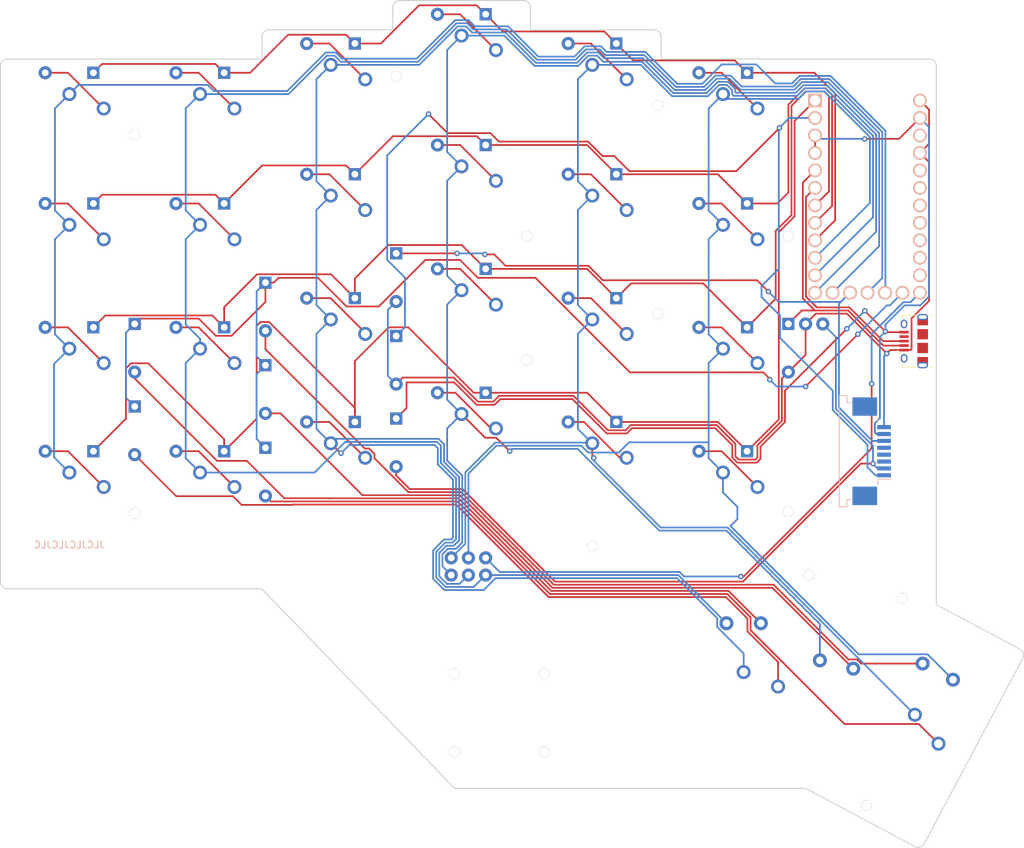
<source format=kicad_pcb>
(kicad_pcb (version 20211014) (generator pcbnew)
  (title_block (title "keyboard") (rev "v1.0.0") (company "Unknown"))
  (layers (0 "F.Cu" signal) (31 "B.Cu" signal) (34 "B.Paste" user) (35 "F.Paste" user) (36 "B.SilkS" user "B.Silkscreen") (37 "F.SilkS" user "F.Silkscreen") (38 "B.Mask" user) (39 "F.Mask" user) (44 "Edge.Cuts" user))
  (net 0 "")
  (net 1 "outer_bottom")
  (net 2 "F1")
  (net 3 "outer_home")
  (net 4 "outer_top")
  (net 5 "outer_nums")
  (net 6 "pinky_bottom")
  (net 7 "C7")
  (net 8 "pinky_home")
  (net 9 "pinky_top")
  (net 10 "pinky_nums")
  (net 11 "ring_bottom")
  (net 12 "B7")
  (net 13 "ring_home")
  (net 14 "ring_top")
  (net 15 "ring_nums")
  (net 16 "middle_bottom")
  (net 17 "B5")
  (net 18 "middle_home")
  (net 19 "middle_top")
  (net 20 "middle_nums")
  (net 21 "index_bottom")
  (net 22 "B4")
  (net 23 "index_home")
  (net 24 "index_top")
  (net 25 "index_nums")
  (net 26 "inner_bottom")
  (net 27 "E6")
  (net 28 "inner_home")
  (net 29 "inner_top")
  (net 30 "inner_nums")
  (net 31 "inner_thumb")
  (net 32 "far_thumb")
  (net 33 "D3")
  (net 34 "D4")
  (net 35 "C6")
  (net 36 "D7")
  (net 37 "F0")
  (net 38 "GND")
  (net 39 "RST")
  (net 40 "VCC")
  (net 41 "D2")
  (net 42 "D1")
  (net 43 "D0")
  (net 44 "D5")
  (net 45 "B6")
  (net 46 "B2")
  (net 47 "B3")
  (net 48 "B1")
  (net 49 "F7")
  (net 50 "F6")
  (net 51 "F5")
  (net 52 "F4")
  (net 53 "ml_diode")
  (net 54 "mm_diode")
  (net 55 "mr_diode")
  (net 56 "trackpoint_reset")
  (footprint "kailhgm" (layer "F.Cu") (at 261.5 172 -14)
    (fp_text reference "M2" hide)
    (fp_text value "" hide)
  )
  (footprint "VIA-0.6mm" (layer "F.Cu") (at 159.5 150)
    (fp_text reference "")
    (fp_text value "")
  )
  (footprint "ComboDiode" (layer "F.Cu") (at 159.5 138 -90)
    (fp_text reference "D28" hide)
    (fp_text value "" hide)
  )
  (footprint "VIA-0.6mm" (layer "F.Cu") (at 265.888002 192.45998 -28)
    (fp_text reference "")
    (fp_text value "")
  )
  (footprint "PG1350" (layer "F.Cu") (at 169 132)
    (fp_text reference "S6" hide)
    (fp_text value "" hide)
  )
  (footprint "ComboDiode" (layer "F.Cu") (at 207 77.5 180)
    (fp_text reference "D16" hide)
    (fp_text value "" hide)
  )
  (footprint "PG1350" (layer "F.Cu") (at 245 150)
    (fp_text reference "S21" hide)
    (fp_text value "" hide)
  )
  (footprint "PG1350" (layer "F.Cu") (at 150 150)
    (fp_text reference "S1" hide)
    (fp_text value "" hide)
  )
  (footprint "ComboDiode" (layer "F.Cu") (at 226 81.75 180)
    (fp_text reference "D20" hide)
    (fp_text value "" hide)
  )
  (footprint "ComboDiode" (layer "F.Cu") (at 254.5 126 -90)
    (fp_text reference "D36" hide)
    (fp_text value "" hide)
  )
  (footprint "ComboDiode" (layer "F.Cu") (at 226 136.75 180)
    (fp_text reference "D17" hide)
    (fp_text value "" hide)
  )
  (footprint "ComboDiode" (layer "F.Cu") (at 169 105 180)
    (fp_text reference "D7" hide)
    (fp_text value "" hide)
  )
  (footprint "fiveway" (layer "F.Cu") (at 208 159)
    (fp_text reference "D35" hide)
    (fp_text value "" hide)
  )
  (footprint "VIA-0.6mm" (layer "F.Cu") (at 254.6 149.8)
    (fp_text reference "")
    (fp_text value "")
  )
  (footprint "ComboDiode" (layer "F.Cu") (at 178.5 132 -90)
    (fp_text reference "D30" hide)
    (fp_text value "" hide)
  )
  (footprint "VIA-0.6mm" (layer "F.Cu") (at 206 184.7)
    (fp_text reference "")
    (fp_text value "")
  )
  (footprint "VIA-0.6mm" (layer "F.Cu") (at 235.5 121)
    (fp_text reference "")
    (fp_text value "")
  )
  (footprint "ComboDiode" (layer "F.Cu") (at 169 86 180)
    (fp_text reference "D8" hide)
    (fp_text value "" hide)
  )
  (footprint "PG1350" (layer "F.Cu") (at 245 132)
    (fp_text reference "S22" hide)
    (fp_text value "" hide)
  )
  (footprint "PG1350" (layer "F.Cu") (at 207 86.5)
    (fp_text reference "S16" hide)
    (fp_text value "" hide)
  )
  (footprint "ComboDiode" (layer "F.Cu") (at 207 96.5 180)
    (fp_text reference "D15" hide)
    (fp_text value "" hide)
  )
  (footprint "PG1350" (layer "F.Cu") (at 169 114)
    (fp_text reference "S7" hide)
    (fp_text value "" hide)
  )
  (footprint "ComboDiode" (layer "F.Cu") (at 197.5 127.75 -90)
    (fp_text reference "D33" hide)
    (fp_text value "" hide)
  )
  (footprint "VIA-0.6mm" (layer "F.Cu") (at 219 173.3)
    (fp_text reference "")
    (fp_text value "")
  )
  (footprint "PG1350" (layer "F.Cu") (at 188 109.75)
    (fp_text reference "S11" hide)
    (fp_text value "" hide)
  )
  (footprint "PG1350" (layer "F.Cu") (at 245 114)
    (fp_text reference "S23" hide)
    (fp_text value "" hide)
  )
  (footprint "Connector_USB:USB_Micro-B_Amphenol_10118194_Horizontal" (layer "F.Cu") (at 272.715 125 90)
    (fp_text reference "")
    (fp_text value "USB_Micro-B_Amphenol_10118194_Horizontal")
  )
  (footprint "PG1350" (layer "F.Cu") (at 226 127.75)
    (fp_text reference "S18" hide)
    (fp_text value "" hide)
  )
  (footprint "PG1350" (layer "F.Cu") (at 207 141.5)
    (fp_text reference "S13" hide)
    (fp_text value "" hide)
  )
  (footprint "ComboDiode" (layer "F.Cu") (at 245 141 180)
    (fp_text reference "D21" hide)
    (fp_text value "" hide)
  )
  (footprint "PG1350" (layer "F.Cu") (at 188 127.75)
    (fp_text reference "S10" hide)
    (fp_text value "" hide)
  )
  (footprint "ComboDiode" (layer "F.Cu") (at 245 123 180)
    (fp_text reference "D22" hide)
    (fp_text value "" hide)
  )
  (footprint "VIA-0.6mm" (layer "F.Cu") (at 216.5 127.75)
    (fp_text reference "")
    (fp_text value "")
  )
  (footprint "PG1350" (layer "F.Cu") (at 226 109.75)
    (fp_text reference "S19" hide)
    (fp_text value "" hide)
  )
  (footprint "ComboDiode" (layer "F.Cu") (at 188 81.75 180)
    (fp_text reference "D12" hide)
    (fp_text value "" hide)
  )
  (footprint "VIA-0.6mm" (layer "F.Cu") (at 206 173.3)
    (fp_text reference "")
    (fp_text value "")
  )
  (footprint "VIA-0.6mm" (layer "F.Cu") (at 254.5 109.75)
    (fp_text reference "")
    (fp_text value "")
  )
  (footprint "PG1350" (layer "F.Cu") (at 150 95)
    (fp_text reference "S4" hide)
    (fp_text value "" hide)
  )
  (footprint "PG1350" (layer "F.Cu") (at 226 90.75)
    (fp_text reference "S20" hide)
    (fp_text value "" hide)
  )
  (footprint "PG1350" (layer "F.Cu") (at 188 145.75)
    (fp_text reference "S9" hide)
    (fp_text value "" hide)
  )
  (footprint "ComboDiode" (layer "F.Cu") (at 226 100.75 180)
    (fp_text reference "D19" hide)
    (fp_text value "" hide)
  )
  (footprint "VIA-0.6mm" (layer "F.Cu") (at 257.5 159)
    (fp_text reference "")
    (fp_text value "")
  )
  (footprint "PG1350" (layer "F.Cu") (at 226 145.75)
    (fp_text reference "S17" hide)
    (fp_text value "" hide)
  )
  (footprint "VIA-0.6mm" (layer "F.Cu") (at 257 122.5)
    (fp_text reference "REF**" hide)
    (fp_text value "VIA-0.6mm" hide)
  )
  (footprint "PG1350" (layer "F.Cu") (at 245 95)
    (fp_text reference "S24" hide)
    (fp_text value "" hide)
  )
  (footprint "ComboDiode" (layer "F.Cu") (at 150 141 180)
    (fp_text reference "D1" hide)
    (fp_text value "" hide)
  )
  (footprint "kailhgm" (layer "F.Cu") (at 276.216376 173.035133 -28)
    (fp_text reference "M3" hide)
    (fp_text value "" hide)
  )
  (footprint "PG1350" (layer "F.Cu") (at 248 179)
    (fp_text reference "S25" hide)
    (fp_text value "" hide)
  )
  (footprint "PG1350" (layer "F.Cu") (at 150 132)
    (fp_text reference "S2" hide)
    (fp_text value "" hide)
  )
  (footprint "VIA-0.6mm" (layer "F.Cu") (at 197.5 86.5)
    (fp_text reference "")
    (fp_text value "")
  )
  (footprint "VIA-0.6mm" (layer "F.Cu") (at 216.5 109.75)
    (fp_text reference "")
    (fp_text value "")
  )
  (footprint "PG1350" (layer "F.Cu") (at 150 114)
    (fp_text reference "S3" hide)
    (fp_text value "" hide)
  )
  (footprint "PG1350" (layer "F.Cu") (at 207 123.5)
    (fp_text reference "S14" hide)
    (fp_text value "" hide)
  )
  (footprint "ComboDiode" (layer "F.Cu") (at 188 100.75 180)
    (fp_text reference "D11" hide)
    (fp_text value "" hide)
  )
  (footprint "VIA-0.6mm" (layer "F.Cu") (at 235.5 90.75)
    (fp_text reference "")
    (fp_text value "")
  )
  (footprint "kailhgm" (layer "F.Cu") (at 248 166)
    (fp_text reference "M1" hide)
    (fp_text value "" hide)
  )
  (footprint "PG1350" (layer "F.Cu") (at 169 150)
    (fp_text reference "S5" hide)
    (fp_text value "" hide)
  )
  (footprint "PG1350" (layer "F.Cu") (at 270.113246 184.513452 -28)
    (fp_text reference "S26" hide)
    (fp_text value "" hide)
  )
  (footprint "ComboDiode" (layer "F.Cu") (at 178.5 144 -90)
    (fp_text reference "D31" hide)
    (fp_text value "" hide)
  )
  (footprint "ComboDiode" (layer "F.Cu") (at 169 123 180)
    (fp_text reference "D6" hide)
    (fp_text value "" hide)
  )
  (footprint "ComboDiode" (layer "F.Cu") (at 188 136.75 180)
    (fp_text reference "D9" hide)
    (fp_text value "" hide)
  )
  (footprint "Elite-C-castellated-29pin-holes" (layer "F.Cu") (at 266 104 -90)
    (fp_text reference "")
    (fp_text value "")
  )
  (footprint "PG1350" (layer "F.Cu") (at 207 105.5)
    (fp_text reference "S15" hide)
    (fp_text value "" hide)
  )
  (footprint "ComboDiode" (layer "F.Cu") (at 207 132.5 180)
    (fp_text reference "D13" hide)
    (fp_text value "" hide)
  )
  (footprint "ComboDiode" (layer "F.Cu") (at 150 86 180)
    (fp_text reference "D4" hide)
    (fp_text value "" hide)
  )
  (footprint "ComboDiode" (layer "F.Cu") (at 197.5 139.75 -90)
    (fp_text reference "D32" hide)
    (fp_text value "" hide)
  )
  (footprint "ComboDiode" (layer "F.Cu") (at 150 105 180)
    (fp_text reference "D3" hide)
    (fp_text value "" hide)
  )
  (footprint "VIA-0.6mm" (layer "F.Cu") (at 159.5 95)
    (fp_text reference "")
    (fp_text value "")
  )
  (footprint "VIA-0.6mm" (layer "F.Cu") (at 219 184.7)
    (fp_text reference "")
    (fp_text value "")
  )
  (footprint "ComboDiode" (layer "F.Cu") (at 245 86 180)
    (fp_text reference "D24" hide)
    (fp_text value "" hide)
  )
  (footprint "ComboDiode" (layer "F.Cu") (at 188 118.75 180)
    (fp_text reference "D10" hide)
    (fp_text value "" hide)
  )
  (footprint "ComboDiode" (layer "F.Cu") (at 159.5 126 -90)
    (fp_text reference "D27" hide)
    (fp_text value "" hide)
  )
  (footprint "ComboDiode" (layer "F.Cu") (at 178.5 120 -90)
    (fp_text reference "D29" hide)
    (fp_text value "" hide)
  )
  (footprint "VIA-0.6mm" (layer "F.Cu") (at 226 154.75)
    (fp_text reference "")
    (fp_text value "")
  )
  (footprint "ComboDiode" (layer "F.Cu") (at 245 105 180)
    (fp_text reference "D23" hide)
    (fp_text value "" hide)
  )
  (footprint "ComboDiode" (layer "F.Cu") (at 207 114.5 180)
    (fp_text reference "D14" hide)
    (fp_text value "" hide)
  )
  (footprint "ComboDiode" (layer "F.Cu") (at 226 118.75 180)
    (fp_text reference "D18" hide)
    (fp_text value "" hide)
  )
  (footprint "PG1350" (layer "F.Cu") (at 188 90.75)
    (fp_text reference "S12" hide)
    (fp_text value "" hide)
  )
  (footprint "ComboDiode" (layer "F.Cu") (at 150 123 180)
    (fp_text reference "D2" hide)
    (fp_text value "" hide)
  )
  (footprint "ComboDiode" (layer "F.Cu") (at 169 141 180)
    (fp_text reference "D5" hide)
    (fp_text value "" hide)
  )
  (footprint "PG1350" (layer "F.Cu") (at 169 95)
    (fp_text reference "S8" hide)
    (fp_text value "" hide)
  )
  (footprint "VIA-0.6mm" (layer "F.Cu") (at 271.114675 162.39452 -28)
    (fp_text reference "")
    (fp_text value "")
  )
  (footprint "ComboDiode" (layer "F.Cu") (at 197.5 115.75 -90)
    (fp_text reference "D34" hide)
    (fp_text value "" hide)
  )
  (footprint "VIA-0.6mm" (layer "F.Cu") (at 259.5 122.5)
    (fp_text reference "REF**" hide)
    (fp_text value "VIA-0.6mm" hide)
  )
  (footprint "Connector_FFC-FPC:TE_84952-8_1x08-1MP_P1.0mm_Horizontal" (layer "B.Cu") (at 266.6 141 90)
    (fp_text reference "")
    (fp_text value "TE_84952-8_1x08-1MP_P1.0mm_Horizontal")
  )
  (gr_line (start 216 75.5) (end 198 75.5) (layer "Edge.Cuts") (width 0.15))
  (gr_line (start 236 84) (end 275 84) (layer "Edge.Cuts") (width 0.15))
  (gr_arc (start 288.153414 169.755323) (mid 288.640247 170.345899) (end 288.566889 171.107742) (layer "Edge.Cuts") (width 0.15))
  (gr_arc (start 235 79.75) (mid 235.707107 80.042893) (end 236 80.75) (layer "Edge.Cuts") (width 0.15))
  (gr_line (start 276 163.293238) (end 276 85) (layer "Edge.Cuts") (width 0.15))
  (gr_arc (start 141 161) (mid 140.292893 160.707107) (end 140 160) (layer "Edge.Cuts") (width 0.15))
  (gr_line (start 140 160) (end 140 85) (layer "Edge.Cuts") (width 0.15))
  (gr_arc (start 140 85) (mid 140.292893 84.292893) (end 141 84) (layer "Edge.Cuts") (width 0.15))
  (gr_arc (start 274.248006 198.037644) (mid 273.65743 198.524477) (end 272.895587 198.451119) (layer "Edge.Cuts") (width 0.15))
  (gr_line (start 257.002531 190.000631) (end 272.895587 198.451119) (layer "Edge.Cuts") (width 0.15))
  (gr_arc (start 197 76.5) (mid 197.292893 75.792893) (end 198 75.5) (layer "Edge.Cuts") (width 0.15))
  (gr_line (start 236 84) (end 236 80.75) (layer "Edge.Cuts") (width 0.15))
  (gr_arc (start 178 80.75) (mid 178.292893 80.042893) (end 179 79.75) (layer "Edge.Cuts") (width 0.15))
  (gr_line (start 178 80.75) (end 178 84) (layer "Edge.Cuts") (width 0.15))
  (gr_line (start 141 161) (end 177.966667 161) (layer "Edge.Cuts") (width 0.15))
  (gr_line (start 197 76.5) (end 197 79.75) (layer "Edge.Cuts") (width 0.15))
  (gr_line (start 206 190) (end 257 190) (layer "Edge.Cuts") (width 0.15))
  (gr_line (start 217 79.75) (end 217 76.5) (layer "Edge.Cuts") (width 0.15))
  (gr_line (start 177.966667 161) (end 206 190) (layer "Edge.Cuts") (width 0.15))
  (gr_line (start 288.153413 169.755322) (end 276 163.293238) (layer "Edge.Cuts") (width 0.15))
  (gr_arc (start 216 75.5) (mid 216.707107 75.792893) (end 217 76.5) (layer "Edge.Cuts") (width 0.15))
  (gr_line (start 179 79.75) (end 197 79.75) (layer "Edge.Cuts") (width 0.15))
  (gr_line (start 274.248007 198.037643) (end 288.566889 171.107741) (layer "Edge.Cuts") (width 0.15))
  (gr_arc (start 257.002531 190.000631) (mid 257.001937 190.000315) (end 257.001344 189.999999) (layer "Edge.Cuts") (width 0.15))
  (gr_line (start 217 79.75) (end 235 79.75) (layer "Edge.Cuts") (width 0.15))
  (gr_arc (start 275 84) (mid 275.707107 84.292893) (end 276 85) (layer "Edge.Cuts") (width 0.15))
  (gr_line (start 141 84) (end 178 84) (layer "Edge.Cuts") (width 0.15))
  (gr_text "JLCJLCJLCJLC" (at 150 154.6) (layer "B.SilkS") (effects (font (size 1 1)) (justify mirror)))
  (segment (start 146.5 141) (end 149.8 141) (width 0.25) (layer "F.Cu") (net 1))
  (segment (start 149.8 141) (end 155 146.2) (width 0.25) (layer "F.Cu") (net 1))
  (segment (start 256.1245 86.457891) (end 260.635498 86.45789) (width 0.25) (layer "B.Cu") (net 2))
  (segment (start 213.758594 79.25144) (end 218.158594 83.65144) (width 0.25) (layer "B.Cu") (net 2))
  (segment (start 244.813511 84.786489) (end 249.834089 84.786489) (width 0.25) (layer "B.Cu") (net 2))
  (segment (start 171 88.65048) (end 181.668032 88.65048) (width 0.25) (layer "B.Cu") (net 2))
  (segment (start 147.777011 141.877011) (end 150 144.1) (width 0.25) (layer "B.Cu") (net 2))
  (segment (start 200.481834 83.95096) (end 206.072347 78.360449) (width 0.25) (layer "B.Cu") (net 2))
  (segment (start 238.342872 87.6) (end 242 87.6) (width 0.25) (layer "B.Cu") (net 2))
  (segment (start 147.910979 110.189021) (end 147.910979 124.010979) (width 0.25) (layer "B.Cu") (net 2))
  (segment (start 227.268081 82.160929) (end 228.070663 82.963511) (width 0.25) (layer "B.Cu") (net 2))
  (segment (start 147.777011 128.322989) (end 147.777011 141.877011) (width 0.25) (layer "B.Cu") (net 2))
  (segment (start 268.6 117.91) (end 268.54 117.97) (width 0.25) (layer "B.Cu") (net 2))
  (segment (start 187.258544 83.059969) (end 188.741456 83.059969) (width 0.25) (layer "B.Cu") (net 2))
  (segment (start 249.834089 84.786489) (end 252.6 87.5524) (width 0.25) (layer "B.Cu") (net 2))
  (segment (start 150 89.1) (end 151.340511 87.759489) (width 0.25) (layer "B.Cu") (net 2))
  (segment (start 255.02999 87.5524) (end 256.1245 86.457891) (width 0.25) (layer "B.Cu") (net 2))
  (segment (start 151.340511 87.759489) (end 170.109009 87.759489) (width 0.25) (layer "B.Cu") (net 2))
  (segment (start 170.109009 87.759489) (end 171 88.65048) (width 0.25) (layer "B.Cu") (net 2))
  (segment (start 208.922875 79.25144) (end 213.758594 79.25144) (width 0.25) (layer "B.Cu") (net 2))
  (segment (start 150 126.1) (end 147.777011 128.322989) (width 0.25) (layer "B.Cu") (net 2))
  (segment (start 268.6 94.422392) (end 268.6 117.91) (width 0.25) (layer "B.Cu") (net 2))
  (segment (start 242 87.6) (end 244.813511 84.786489) (width 0.25) (layer "B.Cu") (net 2))
  (segment (start 228.070663 82.963511) (end 233.706383 82.963511) (width 0.25) (layer "B.Cu") (net 2))
  (segment (start 150 89.1) (end 147.910979 91.189021) (width 0.25) (layer "B.Cu") (net 2))
  (segment (start 233.706383 82.963511) (end 238.342872 87.6) (width 0.25) (layer "B.Cu") (net 2))
  (segment (start 147.910979 124.010979) (end 150 126.1) (width 0.25) (layer "B.Cu") (net 2))
  (segment (start 223.395636 83.65144) (end 224.886146 82.16093) (width 0.25) (layer "B.Cu") (net 2))
  (segment (start 252.6 87.5524) (end 255.02999 87.5524) (width 0.25) (layer "B.Cu") (net 2))
  (segment (start 224.886146 82.16093) (end 227.268081 82.160929) (width 0.25) (layer "B.Cu") (net 2))
  (segment (start 218.158594 83.65144) (end 223.395636 83.65144) (width 0.25) (layer "B.Cu") (net 2))
  (segment (start 147.910979 91.189021) (end 147.910979 106.010979) (width 0.25) (layer "B.Cu") (net 2))
  (segment (start 260.635498 86.45789) (end 268.6 94.422392) (width 0.25) (layer "B.Cu") (net 2))
  (segment (start 189.632448 83.95096) (end 200.481834 83.95096) (width 0.25) (layer "B.Cu") (net 2))
  (segment (start 182.959256 87.359256) (end 187.258544 83.059969) (width 0.25) (layer "B.Cu") (net 2))
  (segment (start 150 108.1) (end 147.910979 110.189021) (width 0.25) (layer "B.Cu") (net 2))
  (segment (start 206.072347 78.360449) (end 208.031885 78.36045) (width 0.25) (layer "B.Cu") (net 2))
  (segment (start 147.910979 106.010979) (end 150 108.1) (width 0.25) (layer "B.Cu") (net 2))
  (segment (start 181.668032 88.65048) (end 182.959256 87.359256) (width 0.25) (layer "B.Cu") (net 2))
  (segment (start 188.741456 83.059969) (end 189.632448 83.95096) (width 0.25) (layer "B.Cu") (net 2))
  (segment (start 182.959256 87.359256) (end 183.059256 87.259256) (width 0.25) (layer "B.Cu") (net 2))
  (segment (start 208.031885 78.36045) (end 208.922875 79.25144) (width 0.25) (layer "B.Cu") (net 2))
  (segment (start 149.8 123) (end 155 128.2) (width 0.25) (layer "F.Cu") (net 3))
  (segment (start 146.5 123) (end 149.8 123) (width 0.25) (layer "F.Cu") (net 3))
  (segment (start 149.8 105) (end 155 110.2) (width 0.25) (layer "F.Cu") (net 4))
  (segment (start 146.5 105) (end 149.8 105) (width 0.25) (layer "F.Cu") (net 4))
  (segment (start 149.8 86) (end 155 91.2) (width 0.25) (layer "F.Cu") (net 5))
  (segment (start 146.5 86) (end 149.8 86) (width 0.25) (layer "F.Cu") (net 5))
  (segment (start 165.5 141) (end 168.8 141) (width 0.25) (layer "F.Cu") (net 6))
  (segment (start 168.8 141) (end 174 146.2) (width 0.25) (layer "F.Cu") (net 6))
  (segment (start 204 140.2) (end 203.44952 139.64952) (width 0.25) (layer "B.Cu") (net 7))
  (segment (start 246.113853 86.41093) (end 247.704843 88.00192) (width 0.25) (layer "B.Cu") (net 7))
  (segment (start 187.444741 83.509489) (end 188.555259 83.509489) (width 0.25) (layer "B.Cu") (net 7))
  (segment (start 208.109009 79.073292) (end 208.736677 79.70096) (width 0.25) (layer "B.Cu") (net 7))
  (segment (start 204.639498 154.283101) (end 205.681181 154.283101) (width 0.25) (layer "B.Cu") (net 7))
  (segment (start 185.64577 144.1) (end 169 144.1) (width 0.25) (layer "B.Cu") (net 7))
  (segment (start 227.904055 83.432621) (end 233.539775 83.432621) (width 0.25) (layer "B.Cu") (net 7))
  (segment (start 166.910979 110.189021) (end 169 108.1) (width 0.25) (layer "B.Cu") (net 7))
  (segment (start 243.88615 86.410929) (end 246.113853 86.41093) (width 0.25) (layer "B.Cu") (net 7))
  (segment (start 166.910979 128.189021) (end 169 126.1) (width 0.25) (layer "B.Cu") (net 7))
  (segment (start 208.736677 79.70096) (end 213.572396 79.70096) (width 0.25) (layer "B.Cu") (net 7))
  (segment (start 166.910979 91.189021) (end 166.910979 106.010979) (width 0.25) (layer "B.Cu") (net 7))
  (segment (start 213.572396 79.70096) (end 217.972396 84.10096) (width 0.25) (layer "B.Cu") (net 7))
  (segment (start 166.910979 142.010979) (end 166.910979 128.189021) (width 0.25) (layer "B.Cu") (net 7))
  (segment (start 233.539775 83.432621) (end 238.158594 88.05144) (width 0.25) (layer "B.Cu") (net 7))
  (segment (start 169 126.1) (end 169 124.66316) (width 0.25) (layer "B.Cu") (net 7))
  (segment (start 268.15048 115.81952) (end 266 117.97) (width 0.25) (layer "B.Cu") (net 7))
  (segment (start 223.581834 84.10096) (end 225.072347 82.610449) (width 0.25) (layer "B.Cu") (net 7))
  (segment (start 169 89.1) (end 181.85423 89.1) (width 0.25) (layer "B.Cu") (net 7))
  (segment (start 181.85423 89.1) (end 187.444741 83.509489) (width 0.25) (layer "B.Cu") (net 7))
  (segment (start 204 142.725758) (end 204 140.2) (width 0.25) (layer "B.Cu") (net 7))
  (segment (start 208.773469 160.726531) (end 204.690814 160.726531) (width 0.25) (layer "B.Cu") (net 7))
  (segment (start 242.245637 88.05144) (end 243.88615 86.410929) (width 0.25) (layer "B.Cu") (net 7))
  (segment (start 200.668032 84.40048) (end 206.258544 78.809969) (width 0.25) (layer "B.Cu") (net 7))
  (segment (start 169 89.1) (end 166.910979 91.189021) (width 0.25) (layer "B.Cu") (net 7))
  (segment (start 206.258544 78.809969) (end 207.845687 78.809969) (width 0.25) (layer "B.Cu") (net 7))
  (segment (start 260.449301 86.90741) (end 268.15048 94.608589) (width 0.25) (layer "B.Cu") (net 7))
  (segment (start 203.44952 139.64952) (end 190.09625 139.64952) (width 0.25) (layer "B.Cu") (net 7))
  (segment (start 169 144.1) (end 166.910979 142.010979) (width 0.25) (layer "B.Cu") (net 7))
  (segment (start 255.216188 88.00192) (end 256.310697 86.907411) (width 0.25) (layer "B.Cu") (net 7))
  (segment (start 205.681181 154.283101) (end 206.2 153.764282) (width 0.25) (layer "B.Cu") (net 7))
  (segment (start 203.32395 155.598649) (end 204.639498 154.283101) (width 0.25) (layer "B.Cu") (net 7))
  (segment (start 210.5 159) (end 208.773469 160.726531) (width 0.25) (layer "B.Cu") (net 7))
  (segment (start 238.5 159) (end 245.5 166) (width 0.25) (layer "B.Cu") (net 7))
  (segment (start 188.555259 83.509489) (end 189.44625 84.40048) (width 0.25) (layer "B.Cu") (net 7))
  (segment (start 169 124.66316) (end 166.910979 122.574139) (width 0.25) (layer "B.Cu") (net 7))
  (segment (start 247.704843 88.00192) (end 255.216188 88.00192) (width 0.25) (layer "B.Cu") (net 7))
  (segment (start 203.32395 159.359667) (end 203.32395 155.598649) (width 0.25) (layer "B.Cu") (net 7))
  (segment (start 204.690814 160.726531) (end 203.32395 159.359667) (width 0.25) (layer "B.Cu") (net 7))
  (segment (start 210.5 159) (end 238.5 159) (width 0.25) (layer "B.Cu") (net 7))
  (segment (start 207.845687 78.809969) (end 208.109009 79.073292) (width 0.25) (layer "B.Cu") (net 7))
  (segment (start 189.44625 84.40048) (end 200.668032 84.40048) (width 0.25) (layer "B.Cu") (net 7))
  (segment (start 227.081883 82.610449) (end 227.904055 83.432621) (width 0.25) (layer "B.Cu") (net 7))
  (segment (start 190.09625 139.64952) (end 185.64577 144.1) (width 0.25) (layer "B.Cu") (net 7))
  (segment (start 238.158594 88.05144) (end 242.245637 88.05144) (width 0.25) (layer "B.Cu") (net 7))
  (segment (start 206.2 153.764282) (end 206.2 144.925759) (width 0.25) (layer "B.Cu") (net 7))
  (segment (start 166.910979 106.010979) (end 169 108.1) (width 0.25) (layer "B.Cu") (net 7))
  (segment (start 256.310697 86.907411) (end 260.449301 86.90741) (width 0.25) (layer "B.Cu") (net 7))
  (segment (start 217.972396 84.10096) (end 223.581834 84.10096) (width 0.25) (layer "B.Cu") (net 7))
  (segment (start 206.2 144.925759) (end 204 142.725758) (width 0.25) (layer "B.Cu") (net 7))
  (segment (start 268.15048 94.608589) (end 268.15048 115.81952) (width 0.25) (layer "B.Cu") (net 7))
  (segment (start 166.910979 122.574139) (end 166.910979 110.189021) (width 0.25) (layer "B.Cu") (net 7))
  (segment (start 225.072347 82.610449) (end 227.081883 82.610449) (width 0.25) (layer "B.Cu") (net 7))
  (segment (start 165.5 123) (end 168.8 123) (width 0.25) (layer "F.Cu") (net 8))
  (segment (start 168.8 123) (end 174 128.2) (width 0.25) (layer "F.Cu") (net 8))
  (segment (start 168.8 105) (end 174 110.2) (width 0.25) (layer "F.Cu") (net 9))
  (segment (start 165.5 105) (end 168.8 105) (width 0.25) (layer "F.Cu") (net 9))
  (segment (start 168.8 86) (end 174 91.2) (width 0.25) (layer "F.Cu") (net 10))
  (segment (start 165.5 86) (end 168.8 86) (width 0.25) (layer "F.Cu") (net 10))
  (segment (start 184.5 136.75) (end 187.8 136.75) (width 0.25) (layer "F.Cu") (net 11))
  (segment (start 187.8 136.75) (end 193 141.95) (width 0.25) (layer "F.Cu") (net 11))
  (segment (start 189.435184 141.285184) (end 188 139.85) (width 0.25) (layer "F.Cu") (net 12))
  (segment (start 189.485184 141.285184) (end 189.435184 141.285184) (width 0.25) (layer "F.Cu") (net 12))
  (via (at 189.485184 141.285184) (size 0.8) (drill 0.4) (layers "F.Cu" "B.Cu") (net 12))
  (segment (start 206.444741 79.259489) (end 207.659489 79.259489) (width 0.25) (layer "B.Cu") (net 12))
  (segment (start 255.402385 88.45144) (end 256.496896 87.35693) (width 0.25) (layer "B.Cu") (net 12))
  (segment (start 248 170.4) (end 248 173.1) (width 0.25) (layer "B.Cu") (net 12))
  (segment (start 185.910979 119.760979) (end 188 121.85) (width 0.25) (layer "B.Cu") (net 12))
  (segment (start 185.910979 137.760979) (end 188 139.85) (width 0.25) (layer "B.Cu") (net 12))
  (segment (start 185.910979 123.939021) (end 185.910979 137.760979) (width 0.25) (layer "B.Cu") (net 12))
  (segment (start 217.786198 84.55048) (end 223.768032 84.55048) (width 0.25) (layer "B.Cu") (net 12))
  (segment (start 204.461459 142.551499) (end 204.461459 140) (width 0.25) (layer "B.Cu") (net 12))
  (segment (start 210.223949 161.176051) (end 211.95048 159.44952) (width 0.25) (layer "B.Cu") (net 12))
  (segment (start 206.65144 153.94856) (end 206.65144 144.741481) (width 0.25) (layer "B.Cu") (net 12))
  (segment (start 190.671328 140.09904) (end 203.09904 140.09904) (width 0.25) (layer "B.Cu") (net 12))
  (segment (start 208.55048 80.15048) (end 213.386198 80.15048) (width 0.25) (layer "B.Cu") (net 12))
  (segment (start 226.895686 83.059969) (end 227.717859 83.882141) (width 0.25) (layer "B.Cu") (net 12))
  (segment (start 238.313802 159.44952) (end 244.2 165.335718) (width 0.25) (layer "B.Cu") (net 12))
  (segment (start 237.972396 88.50096) (end 242.431834 88.50096) (width 0.25) (layer "B.Cu") (net 12))
  (segment (start 244.072347 86.860449) (end 245.927655 86.86045) (width 0.25) (layer "B.Cu") (net 12))
  (segment (start 223.768032 84.55048) (end 225.258544 83.059969) (width 0.25) (layer "B.Cu") (net 12))
  (segment (start 188 84.85) (end 200.85423 84.85) (width 0.25) (layer "B.Cu") (net 12))
  (segment (start 203.773469 155.784846) (end 204.825695 154.732621) (width 0.25) (layer "B.Cu") (net 12))
  (segment (start 211.95048 159.44952) (end 238.313802 159.44952) (width 0.25) (layer "B.Cu") (net 12))
  (segment (start 247.518645 88.45144) (end 255.402385 88.45144) (width 0.25) (layer "B.Cu") (net 12))
  (segment (start 206.722989 160.277011) (end 204.877011 160.277011) (width 0.25) (layer "B.Cu") (net 12))
  (segment (start 188 121.85) (end 185.910979 123.939021) (width 0.25) (layer "B.Cu") (net 12))
  (segment (start 245.927655 86.86045) (end 247.518645 88.45144) (width 0.25) (layer "B.Cu") (net 12))
  (segment (start 244.2 165.4) (end 244.159489 165.440511) (width 0.25) (layer "B.Cu") (net 12))
  (segment (start 204.504616 161.176051) (end 210.223949 161.176051) (width 0.25) (layer "B.Cu") (net 12))
  (segment (start 203.55048 140.55048) (end 203.55048 142.911955) (width 0.25) (layer "B.Cu") (net 12))
  (segment (start 188.65 139.2) (end 188 139.85) (width 0.25) (layer "B.Cu") (net 12))
  (segment (start 204.825695 154.732621) (end 205.867379 154.732621) (width 0.25) (layer "B.Cu") (net 12))
  (segment (start 213.386198 80.15048) (end 217.786198 84.55048) (width 0.25) (layer "B.Cu") (net 12))
  (segment (start 233.353577 83.882141) (end 237.972396 88.50096) (width 0.25) (layer "B.Cu") (net 12))
  (segment (start 242.431834 88.50096) (end 244.072347 86.860449) (width 0.25) (layer "B.Cu") (net 12))
  (segment (start 208 159) (end 206.722989 160.277011) (width 0.25) (layer "B.Cu") (net 12))
  (segment (start 204.877011 160.277011) (end 203.773469 159.173469) (width 0.25) (layer "B.Cu") (net 12))
  (segment (start 185.910979 86.939021) (end 185.910979 101.760979) (width 0.25) (layer "B.Cu") (net 12))
  (segment (start 267.70096 94.794786) (end 267.70096 111.18904) (width 0.25) (layer "B.Cu") (net 12))
  (segment (start 188 84.85) (end 185.910979 86.939021) (width 0.25) (layer "B.Cu") (net 12))
  (segment (start 200.85423 84.85) (end 206.444741 79.259489) (width 0.25) (layer "B.Cu") (net 12))
  (segment (start 205.75048 145.111957) (end 205.75048 153.578084) (width 0.25) (layer "B.Cu") (net 12))
  (segment (start 205.867379 154.732621) (end 206.65144 153.94856) (width 0.25) (layer "B.Cu") (net 12))
  (segment (start 185.910979 101.760979) (end 188 103.85) (width 0.25) (layer "B.Cu") (net 12))
  (segment (start 206.65144 144.741481) (end 204.461459 142.551499) (width 0.25) (layer "B.Cu") (net 12))
  (segment (start 207.659489 79.259489) (end 208.55048 80.15048) (width 0.25) (layer "B.Cu") (net 12))
  (segment (start 244.159489 165.440511) (end 244.159489 166.559489) (width 0.25) (layer "B.Cu") (net 12))
  (segment (start 203.773469 159.173469) (end 203.773469 155.784846) (width 0.25) (layer "B.Cu") (net 12))
  (segment (start 188 103.85) (end 185.910979 105.939021) (width 0.25) (layer "B.Cu") (net 12))
  (segment (start 203.09904 140.09904) (end 203.55048 140.55048) (width 0.25) (layer "B.Cu") (net 12))
  (segment (start 256.496896 87.35693) (end 260.263104 87.35693) (width 0.25) (layer "B.Cu") (net 12))
  (segment (start 203.55048 142.911955) (end 205.75048 145.111957) (width 0.25) (layer "B.Cu") (net 12))
  (segment (start 204.453301 153.833581) (end 202.87443 155.412452) (width 0.25) (layer "B.Cu") (net 12))
  (segment (start 244.159489 166.559489) (end 248 170.4) (width 0.25) (layer "B.Cu") (net 12))
  (segment (start 205.494983 153.833581) (end 204.453301 153.833581) (width 0.25) (layer "B.Cu") (net 12))
  (segment (start 205.75048 153.578084) (end 205.494983 153.833581) (width 0.25) (layer "B.Cu") (net 12))
  (segment (start 204.461459 140) (end 203.661459 139.2) (width 0.25) (layer "B.Cu") (net 12))
  (segment (start 185.910979 105.939021) (end 185.910979 119.760979) (width 0.25) (layer "B.Cu") (net 12))
  (segment (start 189.485184 141.285184) (end 190.671328 140.09904) (width 0.25) (layer "B.Cu") (net 12))
  (segment (start 225.258544 83.059969) (end 226.895686 83.059969) (width 0.25) (layer "B.Cu") (net 12))
  (segment (start 202.87443 159.545865) (end 204.504616 161.176051) (width 0.25) (layer "B.Cu") (net 12))
  (segment (start 227.717859 83.882141) (end 233.353577 83.882141) (width 0.25) (layer "B.Cu") (net 12))
  (segment (start 202.87443 155.412452) (end 202.87443 159.545865) (width 0.25) (layer "B.Cu") (net 12))
  (segment (start 267.70096 111.18904) (end 260.92 117.97) (width 0.25) (layer "B.Cu") (net 12))
  (segment (start 244.2 165.335718) (end 244.2 165.4) (width 0.25) (layer "B.Cu") (net 12))
  (segment (start 203.661459 139.2) (end 188.65 139.2) (width 0.25) (layer "B.Cu") (net 12))
  (segment (start 260.263104 87.35693) (end 267.70096 94.794786) (width 0.25) (layer "B.Cu") (net 12))
  (segment (start 187.968978 118.75) (end 193 123.781022) (width 0.25) (layer "F.Cu") (net 13))
  (segment (start 184.5 118.75) (end 187.968978 118.75) (width 0.25) (layer "F.Cu") (net 13))
  (segment (start 193 123.781022) (end 193 123.95) (width 0.25) (layer "F.Cu") (net 13))
  (segment (start 187.8 100.75) (end 193 105.95) (width 0.25) (layer "F.Cu") (net 14))
  (segment (start 184.5 100.75) (end 187.8 100.75) (width 0.25) (layer "F.Cu") (net 14))
  (segment (start 187.8 81.75) (end 193 86.95) (width 0.25) (layer "F.Cu") (net 15))
  (segment (start 184.5 81.75) (end 187.8 81.75) (width 0.25) (layer "F.Cu") (net 15))
  (segment (start 206.1 132.5) (end 211.3 137.7) (width 0.25) (layer "F.Cu") (net 16))
  (segment (start 203.5 132.5) (end 206.1 132.5) (width 0.25) (layer "F.Cu") (net 16))
  (segment (start 211.3 137.7) (end 212 137.7) (width 0.25) (layer "F.Cu") (net 16))
  (segment (start 212.040511 139.040511) (end 210.440511 139.040511) (width 0.25) (layer "F.Cu") (net 17))
  (segment (start 214 141) (end 212.040511 139.040511) (width 0.25) (layer "F.Cu") (net 17))
  (segment (start 210.440511 139.040511) (end 207 135.6) (width 0.25) (layer "F.Cu") (net 17))
  (via (at 214 141) (size 0.8) (drill 0.4) (layers "F.Cu" "B.Cu") (net 17))
  (segment (start 226.709489 83.509489) (end 227.6 84.4) (width 0.25) (layer "B.Cu") (net 17))
  (segment (start 244.258544 87.309969) (end 245.741457 87.309969) (width 0.25) (layer "B.Cu") (net 17))
  (segment (start 227.6 84.4) (end 233.235718 84.4) (width 0.25) (layer "B.Cu") (net 17))
  (segment (start 223.95423 85) (end 225.444741 83.509489) (width 0.25) (layer "B.Cu") (net 17))
  (segment (start 260.076906 87.806449) (end 267.25144 94.980983) (width 0.25) (layer "B.Cu") (net 17))
  (segment (start 223.853843 140.64952) (end 235.742864 152.538541) (width 0.25) (layer "B.Cu") (net 17))
  (segment (start 204.222989 157.722989) (end 204.222989 155.971044) (width 0.25) (layer "B.Cu") (net 17))
  (segment (start 225.444741 83.509489) (end 226.709489 83.509489) (width 0.25) (layer "B.Cu") (net 17))
  (segment (start 235.742864 152.538541) (end 245.48189 152.538541) (width 0.25) (layer "B.Cu") (net 17))
  (segment (start 204.910979 137.689021) (end 207 135.6) (width 0.25) (layer "B.Cu") (net 17))
  (segment (start 204.910979 115.510979) (end 204.910979 101.689021) (width 0.25) (layer "B.Cu") (net 17))
  (segment (start 267.25144 109.09856) (end 258.38 117.97) (width 0.25) (layer "B.Cu") (net 17))
  (segment (start 255.588583 88.90096) (end 256.683093 87.80645) (width 0.25) (layer "B.Cu") (net 17))
  (segment (start 204.910979 142.365302) (end 204.910979 137.689021) (width 0.25) (layer "B.Cu") (net 17))
  (segment (start 246.790031 88.358544) (end 246.790031 88.90096) (width 0.25) (layer "B.Cu") (net 17))
  (segment (start 207 135.6) (end 204.910979 133.510979) (width 0.25) (layer "B.Cu") (net 17))
  (segment (start 204.910979 97.510979) (end 204.910979 82.689021) (width 0.25) (layer "B.Cu") (net 17))
  (segment (start 256.683093 87.80645) (end 260.076906 87.806449) (width 0.25) (layer "B.Cu") (net 17))
  (segment (start 237.786198 88.95048) (end 242.618032 88.95048) (width 0.25) (layer "B.Cu") (net 17))
  (segment (start 204.910979 133.510979) (end 204.910979 119.689021) (width 0.25) (layer "B.Cu") (net 17))
  (segment (start 204.222989 155.971044) (end 205.011892 155.182141) (width 0.25) (layer "B.Cu") (net 17))
  (segment (start 207.10096 154.263322) (end 207.10096 144.555283) (width 0.25) (layer "B.Cu") (net 17))
  (segment (start 242.618032 88.95048) (end 244.258544 87.309969) (width 0.25) (layer "B.Cu") (net 17))
  (segment (start 213.2 80.6) (end 217.6 85) (width 0.25) (layer "B.Cu") (net 17))
  (segment (start 245.741457 87.309969) (end 246.004779 87.573292) (width 0.25) (layer "B.Cu") (net 17))
  (segment (start 204.910979 101.689021) (end 207 99.6) (width 0.25) (layer "B.Cu") (net 17))
  (segment (start 214 141) (end 214.35048 140.64952) (width 0.25) (layer "B.Cu") (net 17))
  (segment (start 246.004779 87.573292) (end 246.790031 88.358544) (width 0.25) (layer "B.Cu") (net 17))
  (segment (start 267.25144 94.980983) (end 267.25144 109.09856) (width 0.25) (layer "B.Cu") (net 17))
  (segment (start 205.5 159) (end 204.222989 157.722989) (width 0.25) (layer "B.Cu") (net 17))
  (segment (start 205.011892 155.182141) (end 206.182141 155.182141) (width 0.25) (layer "B.Cu") (net 17))
  (segment (start 207.10096 144.555283) (end 204.910979 142.365302) (width 0.25) (layer "B.Cu") (net 17))
  (segment (start 214.35048 140.64952) (end 223.853843 140.64952) (width 0.25) (layer "B.Cu") (net 17))
  (segment (start 246.790031 88.90096) (end 255.588583 88.90096) (width 0.25) (layer "B.Cu") (net 17))
  (segment (start 207 80.6) (end 213.2 80.6) (width 0.25) (layer "B.Cu") (net 17))
  (segment (start 207 117.6) (end 204.910979 115.510979) (width 0.25) (layer "B.Cu") (net 17))
  (segment (start 259.074261 166.130912) (end 259.074261 171.395195) (width 0.25) (layer "B.Cu") (net 17))
  (segment (start 207 99.6) (end 204.910979 97.510979) (width 0.25) (layer "B.Cu") (net 17))
  (segment (start 204.910979 82.689021) (end 207 80.6) (width 0.25) (layer "B.Cu") (net 17))
  (segment (start 204.910979 119.689021) (end 207 117.6) (width 0.25) (layer "B.Cu") (net 17))
  (segment (start 206.182141 155.182141) (end 207.10096 154.263322) (width 0.25) (layer "B.Cu") (net 17))
  (segment (start 233.235718 84.4) (end 237.786198 88.95048) (width 0.25) (layer "B.Cu") (net 17))
  (segment (start 245.48189 152.538541) (end 259.074261 166.130912) (width 0.25) (layer "B.Cu") (net 17))
  (segment (start 217.6 85) (end 223.95423 85) (width 0.25) (layer "B.Cu") (net 17))
  (segment (start 203.5 114.5) (end 206.8 114.5) (width 0.25) (layer "F.Cu") (net 18))
  (segment (start 206.8 114.5) (end 212 119.7) (width 0.25) (layer "F.Cu") (net 18))
  (segment (start 203.5 96.5) (end 206.8 96.5) (width 0.25) (layer "F.Cu") (net 19))
  (segment (start 206.8 96.5) (end 212 101.7) (width 0.25) (layer "F.Cu") (net 19))
  (segment (start 206.8 77.5) (end 212 82.7) (width 0.25) (layer "F.Cu") (net 20))
  (segment (start 203.5 77.5) (end 206.8 77.5) (width 0.25) (layer "F.Cu") (net 20))
  (segment (start 229.99577 141.95) (end 231 141.95) (width 0.25) (layer "F.Cu") (net 21))
  (segment (start 222.5 136.75) (end 224.79577 136.75) (width 0.25) (layer "F.Cu") (net 21))
  (segment (start 224.79577 136.75) (end 229.99577 141.95) (width 0.25) (layer "F.Cu") (net 21))
  (segment (start 226 141.771078) (end 226 139.85) (width 0.25) (layer "F.Cu") (net 22))
  (segment (start 226.214461 141.985539) (end 226 141.771078) (width 0.25) (layer "F.Cu") (net 22))
  (via (at 226.214461 141.985539) (size 0.8) (drill 0.4) (layers "F.Cu" "B.Cu") (net 22))
  (segment (start 226.214461 141.985539) (end 226.214461 142.37442) (width 0.25) (layer "B.Cu") (net 22))
  (segment (start 226.214461 142.37442) (end 235.929062 152.089021) (width 0.25) (layer "B.Cu") (net 22))
  (segment (start 237.6 89.4) (end 242.80423 89.4) (width 0.25) (layer "B.Cu") (net 22))
  (segment (start 259.890708 88.255969) (end 266.80192 95.167181) (width 0.25) (layer "B.Cu") (net 22))
  (segment (start 255.77478 89.35048) (end 256.869292 88.255969) (width 0.25) (layer "B.Cu") (net 22))
  (segment (start 246.340511 88.544741) (end 246.340511 89.140511) (width 0.25) (layer "B.Cu") (net 22))
  (segment (start 245.668088 152.089021) (end 272.883128 179.304061) (width 0.25) (layer "B.Cu") (net 22))
  (segment (start 256.869292 88.255969) (end 259.890708 88.255969) (width 0.25) (layer "B.Cu") (net 22))
  (segment (start 225.90048 139.75048) (end 226 139.85) (width 0.25) (layer "B.Cu") (net 22))
  (segment (start 242.80423 89.4) (end 244.444741 87.759489) (width 0.25) (layer "B.Cu") (net 22))
  (segment (start 245.555259 87.759489) (end 246.340511 88.544741) (width 0.25) (layer "B.Cu") (net 22))
  (segment (start 246.340511 89.140511) (end 246.55048 89.35048) (width 0.25) (layer "B.Cu") (net 22))
  (segment (start 235.929062 152.089021) (end 245.668088 152.089021) (width 0.25) (layer "B.Cu") (net 22))
  (segment (start 207.55048 144.080794) (end 211.880795 139.75048) (width 0.25) (layer "B.Cu") (net 22))
  (segment (start 233.05 84.85) (end 237.6 89.4) (width 0.25) (layer "B.Cu") (net 22))
  (segment (start 244.444741 87.759489) (end 245.555259 87.759489) (width 0.25) (layer "B.Cu") (net 22))
  (segment (start 266.80192 95.167181) (end 266.80192 107.00808) (width 0.25) (layer "B.Cu") (net 22))
  (segment (start 223.910979 101.760979) (end 226 103.85) (width 0.25) (layer "B.Cu") (net 22))
  (segment (start 205.5 156.5) (end 207.55048 154.44952) (width 0.25) (layer "B.Cu") (net 22))
  (segment (start 223.910979 119.760979) (end 226 121.85) (width 0.25) (layer "B.Cu") (net 22))
  (segment (start 207.55048 154.44952) (end 207.55048 144.080794) (width 0.25) (layer "B.Cu") (net 22))
  (segment (start 246.55048 89.35048) (end 255.77478 89.35048) (width 0.25) (layer "B.Cu") (net 22))
  (segment (start 266.80192 107.00808) (end 258.38 115.43) (width 0.25) (layer "B.Cu") (net 22))
  (segment (start 226 84.85) (end 223.910979 86.939021) (width 0.25) (layer "B.Cu") (net 22))
  (segment (start 223.910979 105.939021) (end 223.910979 119.760979) (width 0.25) (layer "B.Cu") (net 22))
  (segment (start 226 84.85) (end 233.05 84.85) (width 0.25) (layer "B.Cu") (net 22))
  (segment (start 226 103.85) (end 223.910979 105.939021) (width 0.25) (layer "B.Cu") (net 22))
  (segment (start 223.910979 137.760979) (end 226 139.85) (width 0.25) (layer "B.Cu") (net 22))
  (segment (start 223.910979 86.939021) (end 223.910979 101.760979) (width 0.25) (layer "B.Cu") (net 22))
  (segment (start 226 121.85) (end 223.910979 123.939021) (width 0.25) (layer "B.Cu") (net 22))
  (segment (start 223.910979 123.939021) (end 223.910979 137.760979) (width 0.25) (layer "B.Cu") (net 22))
  (segment (start 211.880795 139.75048) (end 225.90048 139.75048) (width 0.25) (layer "B.Cu") (net 22))
  (segment (start 225.8 118.75) (end 231 123.95) (width 0.25) (layer "F.Cu") (net 23))
  (segment (start 222.5 118.75) (end 225.8 118.75) (width 0.25) (layer "F.Cu") (net 23))
  (segment (start 225.8 100.75) (end 231 105.95) (width 0.25) (layer "F.Cu") (net 24))
  (segment (start 222.5 100.75) (end 225.8 100.75) (width 0.25) (layer "F.Cu") (net 24))
  (segment (start 225.8 81.75) (end 231 86.95) (width 0.25) (layer "F.Cu") (net 25))
  (segment (start 222.5 81.75) (end 225.8 81.75) (width 0.25) (layer "F.Cu") (net 25))
  (segment (start 244.8 141) (end 250 146.2) (width 0.25) (layer "F.Cu") (net 26))
  (segment (start 241.5 141) (end 244.8 141) (width 0.25) (layer "F.Cu") (net 26))
  (segment (start 242.910979 128.189021) (end 245 126.1) (width 0.25) (layer "B.Cu") (net 27))
  (segment (start 224.4 140.2) (end 225.390511 141.190511) (width 0.25) (layer "B.Cu") (net 27))
  (segment (start 259.70451 88.705489) (end 266.3524 95.353379) (width 0.25) (layer "B.Cu") (net 27))
  (segment (start 245 147) (end 245 144.1) (width 0.25) (layer "B.Cu") (net 27))
  (segment (start 274.735876 170.520943) (end 264.735728 170.520943) (width 0.25) (layer "B.Cu") (net 27))
  (segment (start 245 126.1) (end 242.910979 124.010979) (width 0.25) (layer "B.Cu") (net 27))
  (segment (start 245 144.1) (end 242.910979 142.010979) (width 0.25) (layer "B.Cu") (net 27))
  (segment (start 208 156.5) (end 208 144.266992) (width 0.25) (layer "B.Cu") (net 27))
  (segment (start 242.910979 106.010979) (end 242.910979 91.189021) (width 0.25) (layer "B.Cu") (net 27))
  (segment (start 242.910979 124.010979) (end 242.910979 110.189021) (width 0.25) (layer "B.Cu") (net 27))
  (segment (start 229.863719 141.190511) (end 231.343251 139.710979) (width 0.25) (layer "B.Cu") (net 27))
  (segment (start 242.910979 110.189021) (end 245 108.1) (width 0.25) (layer "B.Cu") (net 27))
  (segment (start 266.3524 95.353379) (end 266.3524 104.9176) (width 0.25) (layer "B.Cu") (net 27))
  (segment (start 242.910979 142.010979) (end 242.910979 128.189021) (width 0.25) (layer "B.Cu") (net 27))
  (segment (start 242.910979 91.189021) (end 245 89.1) (width 0.25) (layer "B.Cu") (net 27))
  (segment (start 245 108.1) (end 242.910979 106.010979) (width 0.25) (layer "B.Cu") (net 27))
  (segment (start 212.066992 140.2) (end 224.4 140.2) (width 0.25) (layer "B.Cu") (net 27))
  (segment (start 247.089021 149.089021) (end 245 147) (width 0.25) (layer "B.Cu") (net 27))
  (segment (start 245 89.1) (end 245.7 89.8) (width 0.25) (layer "B.Cu") (net 27))
  (segment (start 266.3524 104.9176) (end 258.38 112.89) (width 0.25) (layer "B.Cu") (net 27))
  (segment (start 257.055489 88.705489) (end 259.70451 88.705489) (width 0.25) (layer "B.Cu") (net 27))
  (segment (start 208 144.266992) (end 212.066992 140.2) (width 0.25) (layer "B.Cu") (net 27))
  (segment (start 247.089021 150.865302) (end 247.089021 149.089021) (width 0.25) (layer "B.Cu") (net 27))
  (segment (start 278.423745 174.208812) (end 274.735876 170.520943) (width 0.25) (layer "B.Cu") (net 27))
  (segment (start 231.343251 139.710979) (end 242.910979 139.710979) (width 0.25) (layer "B.Cu") (net 27))
  (segment (start 246.084554 151.869769) (end 247.089021 150.865302) (width 0.25) (layer "B.Cu") (net 27))
  (segment (start 225.390511 141.190511) (end 229.863719 141.190511) (width 0.25) (layer "B.Cu") (net 27))
  (segment (start 264.735728 170.520943) (end 246.084554 151.869769) (width 0.25) (layer "B.Cu") (net 27))
  (segment (start 255.960978 89.8) (end 257.055489 88.705489) (width 0.25) (layer "B.Cu") (net 27))
  (segment (start 245.7 89.8) (end 255.960978 89.8) (width 0.25) (layer "B.Cu") (net 27))
  (segment (start 241.5 123) (end 244.8 123) (width 0.25) (layer "F.Cu") (net 28))
  (segment (start 244.8 123) (end 250 128.2) (width 0.25) (layer "F.Cu") (net 28))
  (segment (start 244.8 105) (end 250 110.2) (width 0.25) (layer "F.Cu") (net 29))
  (segment (start 241.5 105) (end 244.8 105) (width 0.25) (layer "F.Cu") (net 29))
  (segment (start 241.5 86) (end 244.8 86) (width 0.25) (layer "F.Cu") (net 30))
  (segment (start 244.8 86) (end 250 91.2) (width 0.25) (layer "F.Cu") (net 30))
  (segment (start 175.033008 148.8) (end 173.773519 147.540511) (width 0.25) (layer "F.Cu") (net 31))
  (segment (start 248.55048 165.321916) (end 245.428564 162.2) (width 0.25) (layer "F.Cu") (net 31))
  (segment (start 182.45144 148.74856) (end 182.4 148.8) (width 0.25) (layer "F.Cu") (net 31))
  (segment (start 245.428564 162.2) (end 219.657128 162.2) (width 0.25) (layer "F.Cu") (net 31))
  (segment (start 165.540511 147.540511) (end 159.5 141.5) (width 0.25) (layer "F.Cu") (net 31))
  (segment (start 219.657128 162.2) (end 206.205688 148.74856) (width 0.25) (layer "F.Cu") (net 31))
  (segment (start 206.205688 148.74856) (end 182.45144 148.74856) (width 0.25) (layer "F.Cu") (net 31))
  (segment (start 253 171.635718) (end 248.55048 167.186197) (width 0.25) (layer "F.Cu") (net 31))
  (segment (start 248.55048 167.186197) (end 248.55048 165.321916) (width 0.25) (layer "F.Cu") (net 31))
  (segment (start 173.773519 147.540511) (end 165.540511 147.540511) (width 0.25) (layer "F.Cu") (net 31))
  (segment (start 253 175.2) (end 253 171.635718) (width 0.25) (layer "F.Cu") (net 31))
  (segment (start 182.4 148.8) (end 175.033008 148.8) (width 0.25) (layer "F.Cu") (net 31))
  (segment (start 178.5 147.5) (end 179.29904 148.29904) (width 0.25) (layer "F.Cu") (net 32))
  (segment (start 249 167) (end 262.644572 180.644572) (width 0.25) (layer "F.Cu") (net 32))
  (segment (start 273.450939 180.644572) (end 276.311976 183.505609) (width 0.25) (layer "F.Cu") (net 32))
  (segment (start 179.29904 148.29904) (end 206.391886 148.29904) (width 0.25) (layer "F.Cu") (net 32))
  (segment (start 245.612842 161.74856) (end 249 165.135718) (width 0.25) (layer "F.Cu") (net 32))
  (segment (start 219.841406 161.74856) (end 245.612842 161.74856) (width 0.25) (layer "F.Cu") (net 32))
  (segment (start 249 165.135718) (end 249 167) (width 0.25) (layer "F.Cu") (net 32))
  (segment (start 262.644572 180.644572) (end 273.450939 180.644572) (width 0.25) (layer "F.Cu") (net 32))
  (segment (start 206.391886 148.29904) (end 219.841406 161.74856) (width 0.25) (layer "F.Cu") (net 32))
  (segment (start 172.5 141) (end 177.222989 136.277011) (width 0.25) (layer "F.Cu") (net 33))
  (segment (start 255.4 106.877848) (end 255.4 93.01) (width 0.25) (layer "F.Cu") (net 33))
  (segment (start 191.5 136.75) (end 191.5 127.9) (width 0.25) (layer "F.Cu") (net 33))
  (segment (start 248.5 141) (end 253.105479 136.394521) (width 0.25) (layer "F.Cu") (net 33))
  (segment (start 158.971044 128.222989) (end 161.455997 128.222989) (width 0.25) (layer "F.Cu") (net 33))
  (segment (start 191.5 127.9) (end 196.4 123) (width 0.25) (layer "F.Cu") (net 33))
  (segment (start 172.5 139.266992) (end 172.5 141) (width 0.25) (layer "F.Cu") (net 33))
  (segment (start 199.266992 123) (end 208.766992 132.5) (width 0.25) (layer "F.Cu") (net 33))
  (segment (start 177.777011 122.222989) (end 179.028956 122.222989) (width 0.25) (layer "F.Cu") (net 33))
  (segment (start 177.222989 136.277011) (end 177.222989 122.777011) (width 0.25) (layer "F.Cu") (net 33))
  (segment (start 158.222989 136.277011) (end 158.222989 128.971044) (width 0.25) (layer "F.Cu") (net 33))
  (segment (start 253.105479 136.394521) (end 253.105479 109.172369) (width 0.25) (layer "F.Cu") (net 33))
  (segment (start 255.4 93.01) (end 258.38 90.03) (width 0.25) (layer "F.Cu") (net 33))
  (segment (start 253.105479 109.172369) (end 255.4 106.877848) (width 0.25) (layer "F.Cu") (net 33))
  (segment (start 177.222989 122.777011) (end 177.777011 122.222989) (width 0.25) (layer "F.Cu") (net 33))
  (segment (start 161.455997 128.222989) (end 172.5 139.266992) (width 0.25) (layer "F.Cu") (net 33))
  (segment (start 196.4 123) (end 199.266992 123) (width 0.25) (layer "F.Cu") (net 33))
  (segment (start 179.028956 122.222989) (end 191.5 134.694033) (width 0.25) (layer "F.Cu") (net 33))
  (segment (start 208.766992 132.5) (end 210.5 132.5) (width 0.25) (layer "F.Cu") (net 33))
  (segment (start 158.222989 128.971044) (end 158.971044 128.222989) (width 0.25) (layer "F.Cu") (net 33))
  (segment (start 225.25 132.5) (end 229.5 136.75) (width 0.25) (layer "F.Cu") (net 33))
  (segment (start 153.5 141) (end 158.222989 136.277011) (width 0.25) (layer "F.Cu") (net 33))
  (segment (start 191.5 134.694033) (end 191.5 136.75) (width 0.25) (layer "F.Cu") (net 33))
  (segment (start 229.5 136.75) (end 244.25 136.75) (width 0.25) (layer "F.Cu") (net 33))
  (segment (start 210.5 132.5) (end 225.25 132.5) (width 0.25) (layer "F.Cu") (net 33))
  (segment (start 244.25 136.75) (end 248.5 141) (width 0.25) (layer "F.Cu") (net 33))
  (segment (start 248.5 123) (end 242.105479 116.605479) (width 0.25) (layer "F.Cu") (net 34))
  (segment (start 225.25 114.5) (end 210.5 114.5) (width 0.25) (layer "F.Cu") (net 34))
  (segment (start 252.655959 118.844041) (end 252.655959 108.986172) (width 0.25) (layer "F.Cu") (net 34))
  (segment (start 210.5 114.5) (end 207.036489 111.036489) (width 0.25) (layer "F.Cu") (net 34))
  (segment (start 170.773469 121.273469) (end 155.226531 121.273469) (width 0.25) (layer "F.Cu") (net 34))
  (segment (start 207.036489 111.036489) (end 196.363511 111.036489) (width 0.25) (layer "F.Cu") (net 34))
  (segment (start 188.036489 115.286489) (end 177.286489 115.286489) (width 0.25) (layer "F.Cu") (net 34))
  (segment (start 196.363511 111.036489) (end 191.5 115.9) (width 0.25) (layer "F.Cu") (net 34))
  (segment (start 191.5 118.75) (end 188.036489 115.286489) (width 0.25) (layer "F.Cu") (net 34))
  (segment (start 172.5 120.072978) (end 172.5 123) (width 0.25) (layer "F.Cu") (net 34))
  (segment (start 155.226531 121.273469) (end 153.5 123) (width 0.25) (layer "F.Cu") (net 34))
  (segment (start 254.95048 106.691651) (end 254.95048 90.810498) (width 0.25) (layer "F.Cu") (net 34))
  (segment (start 254.95048 90.810498) (end 257.055489 88.705489) (width 0.25) (layer "F.Cu") (net 34))
  (segment (start 260.4 103.25) (end 258.38 105.27) (width 0.25) (layer "F.Cu") (net 34))
  (segment (start 231.644521 116.605479) (end 229.5 118.75) (width 0.25) (layer "F.Cu") (net 34))
  (segment (start 177.286489 115.286489) (end 172.5 120.072978) (width 0.25) (layer "F.Cu") (net 34))
  (segment (start 260.4 89.4) (end 260.4 103.25) (width 0.25) (layer "F.Cu") (net 34))
  (segment (start 259.705489 88.705489) (end 260.4 89.4) (width 0.25) (layer "F.Cu") (net 34))
  (segment (start 229.5 118.75) (end 225.25 114.5) (width 0.25) (layer "F.Cu") (net 34))
  (segment (start 248.5 123) (end 252.655959 118.844041) (width 0.25) (layer "F.Cu") (net 34))
  (segment (start 257.055489 88.705489) (end 259.705489 88.705489) (width 0.25) (layer "F.Cu") (net 34))
  (segment (start 242.105479 116.605479) (end 231.644521 116.605479) (width 0.25) (layer "F.Cu") (net 34))
  (segment (start 172.5 123) (end 170.773469 121.273469) (width 0.25) (layer "F.Cu") (net 34))
  (segment (start 191.5 115.9) (end 191.5 118.75) (width 0.25) (layer "F.Cu") (net 34))
  (segment (start 252.655959 108.986172) (end 254.95048 106.691651) (width 0.25) (layer "F.Cu") (net 34))
  (segment (start 254.50096 90.624301) (end 256.869292 88.255969) (width 0.25) (layer "F.Cu") (net 35))
  (segment (start 252.90096 105) (end 254.50096 103.4) (width 0.25) (layer "F.Cu") (net 35))
  (segment (start 171.222989 103.722989) (end 172.5 105) (width 0.25) (layer "F.Cu") (net 35))
  (segment (start 154.777011 103.722989) (end 171.222989 103.722989) (width 0.25) (layer "F.Cu") (net 35))
  (segment (start 153.5 105) (end 154.777011 103.722989) (width 0.25) (layer "F.Cu") (net 35))
  (segment (start 178.027011 99.472989) (end 190.222989 99.472989) (width 0.25) (layer "F.Cu") (net 35))
  (segment (start 225.25 96.5) (end 229.5 100.75) (width 0.25) (layer "F.Cu") (net 35))
  (segment (start 229.5 100.75) (end 244.25 100.75) (width 0.25) (layer "F.Cu") (net 35))
  (segment (start 260.84952 89.213802) (end 260.84952 105.34048) (width 0.25) (layer "F.Cu") (net 35))
  (segment (start 260.84952 105.34048) (end 258.38 107.81) (width 0.25) (layer "F.Cu") (net 35))
  (segment (start 209.222989 95.222989) (end 210.5 96.5) (width 0.25) (layer "F.Cu") (net 35))
  (segment (start 172.5 105) (end 178.027011 99.472989) (width 0.25) (layer "F.Cu") (net 35))
  (segment (start 259.891687 88.255969) (end 260.84952 89.213802) (width 0.25) (layer "F.Cu") (net 35))
  (segment (start 244.25 100.75) (end 248.5 105) (width 0.25) (layer "F.Cu") (net 35))
  (segment (start 254.50096 103.4) (end 254.50096 90.624301) (width 0.25) (layer "F.Cu") (net 35))
  (segment (start 248.5 105) (end 252.90096 105) (width 0.25) (layer "F.Cu") (net 35))
  (segment (start 190.222989 99.472989) (end 191.5 100.75) (width 0.25) (layer "F.Cu") (net 35))
  (segment (start 210.5 96.5) (end 225.25 96.5) (width 0.25) (layer "F.Cu") (net 35))
  (segment (start 197.027011 95.222989) (end 209.222989 95.222989) (width 0.25) (layer "F.Cu") (net 35))
  (segment (start 256.869292 88.255969) (end 259.891687 88.255969) (width 0.25) (layer "F.Cu") (net 35))
  (segment (start 191.5 100.75) (end 197.027011 95.222989) (width 0.25) (layer "F.Cu") (net 35))
  (segment (start 153.5 86) (end 154.777011 84.722989) (width 0.25) (layer "F.Cu") (net 36))
  (segment (start 190.222989 80.472989) (end 191.5 81.75) (width 0.25) (layer "F.Cu") (net 36))
  (segment (start 176.282163 86) (end 181.809174 80.472989) (width 0.25) (layer "F.Cu") (net 36))
  (segment (start 261.29904 89.027605) (end 261.29904 107.43096) (width 0.25) (layer "F.Cu") (net 36))
  (segment (start 209.2 76.2) (end 210.5 77.5) (width 0.25) (layer "F.Cu") (net 36))
  (segment (start 191.5 81.75) (end 195.282163 81.75) (width 0.25) (layer "F.Cu") (net 36))
  (segment (start 210.5 77.5) (end 213 80) (width 0.25) (layer "F.Cu") (net 36))
  (segment (start 171.222989 84.722989) (end 172.5 86) (width 0.25) (layer "F.Cu") (net 36))
  (segment (start 246.69952 84.19952) (end 248.5 86) (width 0.25) (layer "F.Cu") (net 36))
  (segment (start 261.29904 107.43096) (end 258.38 110.35) (width 0.25) (layer "F.Cu") (net 36))
  (segment (start 154.777011 84.722989) (end 171.222989 84.722989) (width 0.25) (layer "F.Cu") (net 36))
  (segment (start 229.5 81.75) (end 231.94952 84.19952) (width 0.25) (layer "F.Cu") (net 36))
  (segment (start 258.271434 86) (end 261.29904 89.027605) (width 0.25) (layer "F.Cu") (net 36))
  (segment (start 231.94952 84.19952) (end 246.69952 84.19952) (width 0.25) (layer "F.Cu") (net 36))
  (segment (start 195.282163 81.75) (end 200.832163 76.2) (width 0.25) (layer "F.Cu") (net 36))
  (segment (start 181.809174 80.472989) (end 190.222989 80.472989) (width 0.25) (layer "F.Cu") (net 36))
  (segment (start 227.75 80) (end 229.5 81.75) (width 0.25) (layer "F.Cu") (net 36))
  (segment (start 248.5 86) (end 258.271434 86) (width 0.25) (layer "F.Cu") (net 36))
  (segment (start 213 80) (end 227.75 80) (width 0.25) (layer "F.Cu") (net 36))
  (segment (start 200.832163 76.2) (end 209.2 76.2) (width 0.25) (layer "F.Cu") (net 36))
  (segment (start 172.5 86) (end 176.282163 86) (width 0.25) (layer "F.Cu") (net 36))
  (segment (start 194.980522 119.963511) (end 201.744033 113.2) (width 0.25) (layer "F.Cu") (net 37))
  (segment (start 171.299509 124.226531) (end 173.573469 124.226531) (width 0.25) (layer "F.Cu") (net 37))
  (segment (start 168.795967 121.722989) (end 171.299509 124.226531) (width 0.25) (layer "F.Cu") (net 37))
  (segment (start 217.744033 115.8) (end 231.484544 129.540511) (width 0.25) (layer "F.Cu") (net 37))
  (segment (start 173.573469 124.226531) (end 178.5 119.3) (width 0.25) (layer "F.Cu") (net 37))
  (segment (start 178.5 116.5) (end 179.7 116.5) (width 0.25) (layer "F.Cu") (net 37))
  (segment (start 206.772978 113.2) (end 209.372978 115.8) (width 0.25) (layer "F.Cu") (net 37))
  (segment (start 190.286489 119.963511) (end 194.980522 119.963511) (width 0.25) (layer "F.Cu") (net 37))
  (segment (start 179.7 116.5) (end 180.4 115.8) (width 0.25) (layer "F.Cu") (net 37))
  (segment (start 159.5 122.5) (end 160.277011 121.722989) (width 0.25) (layer "F.Cu") (net 37))
  (segment (start 180.4 115.8) (end 186.122978 115.8) (width 0.25) (layer "F.Cu") (net 37))
  (segment (start 209.372978 115.8) (end 217.744033 115.8) (width 0.25) (layer "F.Cu") (net 37))
  (segment (start 201.744033 113.2) (end 206.772978 113.2) (width 0.25) (layer "F.Cu") (net 37))
  (segment (start 257 131.6) (end 264.6 124) (width 0.25) (layer "F.Cu") (net 37))
  (segment (start 231.484544 129.540511) (end 250.859489 129.540511) (width 0.25) (layer "F.Cu") (net 37))
  (segment (start 178.5 119.3) (end 178.5 116.5) (width 0.25) (layer "F.Cu") (net 37))
  (segment (start 160.277011 121.722989) (end 168.795967 121.722989) (width 0.25) (layer "F.Cu") (net 37))
  (segment (start 251.8 130.481022) (end 251.8 130.6) (width 0.25) (layer "F.Cu") (net 37))
  (segment (start 250.859489 129.540511) (end 251.8 130.481022) (width 0.25) (layer "F.Cu") (net 37))
  (segment (start 186.122978 115.8) (end 190.286489 119.963511) (width 0.25) (layer "F.Cu") (net 37))
  (via (at 251.8 130.6) (size 0.8) (drill 0.4) (layers "F.Cu" "B.Cu") (net 37))
  (via (at 257 131.6) (size 0.8) (drill 0.4) (layers "F.Cu" "B.Cu") (net 37))
  (via (at 264.6 124) (size 0.8) (drill 0.4) (layers "F.Cu" "B.Cu") (net 37))
  (segment (start 177.222989 129.777011) (end 177.222989 139.222989) (width 0.25) (layer "B.Cu") (net 37))
  (segment (start 177.222989 127.222989) (end 178.5 128.5) (width 0.25) (layer "B.Cu") (net 37))
  (segment (start 264.6 124) (end 268.8 119.8) (width 0.25) (layer "B.Cu") (net 37))
  (segment (start 251.8 130.6) (end 252.8 131.6) (width 0.25) (layer "B.Cu") (net 37))
  (segment (start 159.5 134.5) (end 158.222989 133.222989) (width 0.25) (layer "B.Cu") (net 37))
  (segment (start 178.5 128.5) (end 177.222989 129.777011) (width 0.25) (layer "B.Cu") (net 37))
  (segment (start 252.8 131.6) (end 257 131.6) (width 0.25) (layer "B.Cu") (net 37))
  (segment (start 177.222989 117.777011) (end 177.222989 127.222989) (width 0.25) (layer "B.Cu") (net 37))
  (segment (start 158.222989 133.222989) (end 158.222989 123.777011) (width 0.25) (layer "B.Cu") (net 37))
  (segment (start 158.222989 123.777011) (end 159.5 122.5) (width 0.25) (layer "B.Cu") (net 37))
  (segment (start 269.25 119.8) (end 271.08 117.97) (width 0.25) (layer "B.Cu") (net 37))
  (segment (start 268.8 119.8) (end 269.25 119.8) (width 0.25) (layer "B.Cu") (net 37))
  (segment (start 178.5 116.5) (end 177.222989 117.777011) (width 0.25) (layer "B.Cu") (net 37))
  (segment (start 177.222989 139.222989) (end 178.5 140.5) (width 0.25) (layer "B.Cu") (net 37))
  (segment (start 228.100292 138.413031) (end 231.022687 138.413031) (width 0.25) (layer "F.Cu") (net 38))
  (segment (start 223.11863 133.43137) (end 228.100292 138.413031) (width 0.25) (layer "F.Cu") (net 38))
  (segment (start 268.6 123.6) (end 265.6 120.6) (width 0.25) (layer "F.Cu") (net 38))
  (segment (start 212.63137 133.43137) (end 223.11863 133.43137) (width 0.25) (layer "F.Cu") (net 38))
  (segment (start 270.59 95.6) (end 273.62 92.57) (width 0.25) (layer "F.Cu") (net 38))
  (segment (start 258.38 95.11) (end 258.38 97.65) (width 0.25) (layer "F.Cu") (net 38))
  (segment (start 231.022687 138.413031) (end 231.786677 137.64904) (width 0.25) (layer "F.Cu") (net 38))
  (segment (start 254.004519 136.766915) (end 254.004519 132.2) (width 0.25) (layer "F.Cu") (net 38))
  (segment (start 246.35048 141.91322) (end 247.100292 142.663031) (width 0.25) (layer "F.Cu") (net 38))
  (segment (start 209.186781 134.24952) (end 211.81322 134.24952) (width 0.25) (layer "F.Cu") (net 38))
  (segment (start 254.004519 132.2) (end 260.204519 126) (width 0.25) (layer "F.Cu") (net 38))
  (segment (start 250.44952 140.321916) (end 252.171435 138.6) (width 0.25) (layer "F.Cu") (net 38))
  (segment (start 260.204519 125.995481) (end 263 123.2) (width 0.25) (layer "F.Cu") (net 38))
  (segment (start 249.899709 142.663031) (end 250.44952 142.113219) (width 0.25) (layer "F.Cu") (net 38))
  (segment (start 260.204519 126) (end 260.204519 125.995481) (width 0.25) (layer "F.Cu") (net 38))
  (segment (start 211.81322 134.24952) (end 212.63137 133.43137) (width 0.25) (layer "F.Cu") (net 38))
  (segment (start 246.35048 140.121916) (end 246.35048 141.91322) (width 0.25) (layer "F.Cu") (net 38))
  (segment (start 268.7 123.7) (end 271.315 123.7) (width 0.25) (layer "F.Cu") (net 38))
  (segment (start 197.5 136.25) (end 199 134.75) (width 0.25) (layer "F.Cu") (net 38))
  (segment (start 243.877604 137.64904) (end 246.35048 140.121916) (width 0.25) (layer "F.Cu") (net 38))
  (segment (start 252.171435 138.6) (end 254.004519 136.766915) (width 0.25) (layer "F.Cu") (net 38))
  (segment (start 199 134.75) (end 199 131) (width 0.25) (layer "F.Cu") (net 38))
  (segment (start 268.6 123.6) (end 268.7 123.7) (width 0.25) (layer "F.Cu") (net 38))
  (segment (start 265.6279 95.6) (end 270.59 95.6) (width 0.25) (layer "F.Cu") (net 38))
  (segment (start 265.601161 95.626739) (end 265.6279 95.6) (width 0.25) (layer "F.Cu") (net 38))
  (segment (start 205.93726 131) (end 209.186781 134.24952) (width 0.25) (layer "F.Cu") (net 38))
  (segment (start 247.100292 142.663031) (end 249.899709 142.663031) (width 0.25) (layer "F.Cu") (net 38))
  (segment (start 231.786677 137.64904) (end 243.877604 137.64904) (width 0.25) (layer "F.Cu") (net 38))
  (segment (start 199 131) (end 205.93726 131) (width 0.25) (layer "F.Cu") (net 38))
  (segment (start 250.44952 142.113219) (end 250.44952 140.321916) (width 0.25) (layer "F.Cu") (net 38))
  (via (at 268.6 123.6) (size 0.8) (drill 0.4) (layers "F.Cu" "B.Cu") (net 38))
  (via (at 265.601161 95.626739) (size 0.8) (drill 0.4) (layers "F.Cu" "B.Cu") (net 38))
  (via (at 263 123.2) (size 0.8) (drill 0.4) (layers "F.Cu" "B.Cu") (net 38))
  (via (at 265.6 120.6) (size 0.8) (drill 0.4) (layers "F.Cu" "B.Cu") (net 38))
  (segment (start 274.944511 93.894511) (end 273.62 92.57) (width 0.25) (layer "B.Cu") (net 38))
  (segment (start 268.6 123.6) (end 268.6 122.6) (width 0.25) (layer "B.Cu") (net 38))
  (segment (start 267.075489 136.924511) (end 267.075489 138.275489) (width 0.25) (layer "B.Cu") (net 38))
  (segment (start 265.601161 95.626739) (end 265.574422 95.6) (width 0.25) (layer "B.Cu") (net 38))
  (segment (start 274.944511 118.518632) (end 274.944511 93.894511) (width 0.25) (layer "B.Cu") (net 38))
  (segment (start 265.574422 95.6) (end 258.87 95.6) (width 0.25) (layer "B.Cu") (net 38))
  (segment (start 267.3 138.5) (end 268.4 138.5) (width 0.25) (layer "B.Cu") (net 38))
  (segment (start 265.6 120.6) (end 263 123.2) (width 0.25) (layer "B.Cu") (net 38))
  (segment (start 268.6 123.6) (end 267.8 124.4) (width 0.25) (layer "B.Cu") (net 38))
  (segment (start 271.4 119.8) (end 273.663143 119.8) (width 0.25) (layer "B.Cu") (net 38))
  (segment (start 267.075489 138.275489) (end 267.3 138.5) (width 0.25) (layer "B.Cu") (net 38))
  (segment (start 273.663143 119.8) (end 274.944511 118.518632) (width 0.25) (layer "B.Cu") (net 38))
  (segment (start 267.8 136.2) (end 267.075489 136.924511) (width 0.25) (layer "B.Cu") (net 38))
  (segment (start 267.8 124.4) (end 267.8 136.2) (width 0.25) (layer "B.Cu") (net 38))
  (segment (start 258.87 95.6) (end 258.38 95.11) (width 0.25) (layer "B.Cu") (net 38))
  (segment (start 268.6 122.6) (end 271.4 119.8) (width 0.25) (layer "B.Cu") (net 38))
  (segment (start 209.372978 133.8) (end 211.627022 133.8) (width 0.25) (layer "F.Cu") (net 40))
  (segment (start 272.24 126.3) (end 271.315 126.3) (width 0.25) (layer "F.Cu") (net 40))
  (segment (start 212.477502 132.94952) (end 223.272498 132.94952) (width 0.25) (layer "F.Cu") (net 40))
  (segment (start 272.4 121.696735) (end 272.4 126.14) (width 0.25) (layer "F.Cu") (net 40))
  (segment (start 231.60048 137.19952) (end 244.063802 137.19952) (width 0.25) (layer "F.Cu") (net 40))
  (segment (start 253.554999 136.580718) (end 253.554999 130.445001) (width 0.25) (layer "F.Cu") (net 40))
  (segment (start 246.8 139.935718) (end 246.8 141.727022) (width 0.25) (layer "F.Cu") (net 40))
  (segment (start 211.627022 133.8) (end 212.477502 132.94952) (width 0.25) (layer "F.Cu") (net 40))
  (segment (start 223.272498 132.94952) (end 228.286489 137.963511) (width 0.25) (layer "F.Cu") (net 40))
  (segment (start 263 121) (end 258.5 121) (width 0.25) (layer "F.Cu") (net 40))
  (segment (start 230.836489 137.963511) (end 231.60048 137.19952) (width 0.25) (layer "F.Cu") (net 40))
  (segment (start 257 122.5) (end 257 127) (width 0.25) (layer "F.Cu") (net 40))
  (segment (start 253.554999 130.445001) (end 254.5 129.5) (width 0.25) (layer "F.Cu") (net 40))
  (segment (start 274.944511 96.325489) (end 273.62 97.65) (width 0.25) (layer "F.Cu") (net 40))
  (segment (start 272.4 126.14) (end 272.24 126.3) (width 0.25) (layer "F.Cu") (net 40))
  (segment (start 247.286489 142.213511) (end 249.713511 142.213511) (width 0.25) (layer "F.Cu") (net 40))
  (segment (start 250 140.135718) (end 253.554999 136.580718) (width 0.25) (layer "F.Cu") (net 40))
  (segment (start 268.8 126.8) (end 269.3 126.3) (width 0.25) (layer "F.Cu") (net 40))
  (segment (start 274.944511 98.974511) (end 274.944511 119.152224) (width 0.25) (layer "F.Cu") (net 40))
  (segment (start 274.944511 119.152224) (end 272.4 121.696735) (width 0.25) (layer "F.Cu") (net 40))
  (segment (start 249.713511 142.213511) (end 250 141.927022) (width 0.25) (layer "F.Cu") (net 40))
  (segment (start 197.5 131.25) (end 198.4525 130.2975) (width 0.25) (layer "F.Cu") (net 40))
  (segment (start 268.8 126.8) (end 263 121) (width 0.25) (layer "F.Cu") (net 40))
  (segment (start 244.063802 137.19952) (end 246.8 139.935718) (width 0.25) (layer "F.Cu") (net 40))
  (segment (start 250 141.927022) (end 250 140.135718) (width 0.25) (layer "F.Cu") (net 40))
  (segment (start 258.5 121) (end 257 122.5) (width 0.25) (layer "F.Cu") (net 40))
  (segment (start 269.3 126.3) (end 271.315 126.3) (width 0.25) (layer "F.Cu") (net 40))
  (segment (start 273.62 90.03) (end 274.944511 91.354511) (width 0.25) (layer "F.Cu") (net 40))
  (segment (start 246.8 141.727022) (end 247.286489 142.213511) (width 0.25) (layer "F.Cu") (net 40))
  (segment (start 274.944511 91.354511) (end 274.944511 96.325489) (width 0.25) (layer "F.Cu") (net 40))
  (segment (start 228.286489 137.963511) (end 230.836489 137.963511) (width 0.25) (layer "F.Cu") (net 40))
  (segment (start 198.4525 130.2975) (end 205.870478 130.2975) (width 0.25) (layer "F.Cu") (net 40))
  (segment (start 273.62 97.65) (end 274.944511 98.974511) (width 0.25) (layer "F.Cu") (net 40))
  (segment (start 205.870478 130.2975) (end 209.372978 133.8) (width 0.25) (layer "F.Cu") (net 40))
  (segment (start 257 127) (end 254.5 129.5) (width 0.25) (layer "F.Cu") (net 40))
  (via (at 268.8 126.8) (size 0.8) (drill 0.4) (layers "F.Cu" "B.Cu") (net 40))
  (segment (start 196.286489 130.036489) (end 197.5 131.25) (width 0.25) (layer "B.Cu") (net 40))
  (segment (start 268.8 126.8) (end 268.4 127.2) (width 0.25) (layer "B.Cu") (net 40))
  (segment (start 268.4 127.2) (end 268.4 137.5) (width 0.25) (layer "B.Cu") (net 40))
  (segment (start 196.286489 120.463511) (end 196.286489 130.036489) (width 0.25) (layer "B.Cu") (net 40))
  (segment (start 197.5 119.25) (end 196.286489 120.463511) (width 0.25) (layer "B.Cu") (net 40))
  (segment (start 211.200491 94.773469) (end 204.973469 94.773469) (width 0.25) (layer "F.Cu") (net 41))
  (segment (start 212.427022 96) (end 211.200491 94.773469) (width 0.25) (layer "F.Cu") (net 41))
  (segment (start 231.4 100.30048) (end 229.206661 98.107141) (width 0.25) (layer "F.Cu") (net 41))
  (segment (start 229.206661 98.107141) (end 227.492859 98.107141) (width 0.25) (layer "F.Cu") (net 41))
  (segment (start 204.973469 94.773469) (end 202.2 92) (width 0.25) (layer "F.Cu") (net 41))
  (segment (start 246.932528 100.30048) (end 231.4 100.30048) (width 0.25) (layer "F.Cu") (net 41))
  (segment (start 225.385717 96) (end 212.427022 96) (width 0.25) (layer "F.Cu") (net 41))
  (segment (start 227.492859 98.107141) (end 225.385717 96) (width 0.25) (layer "F.Cu") (net 41))
  (segment (start 253.2 94) (end 253.2 94.033008) (width 0.25) (layer "F.Cu") (net 41))
  (segment (start 253.2 94.033008) (end 246.932528 100.30048) (width 0.25) (layer "F.Cu") (net 41))
  (via (at 253.2 94) (size 0.8) (drill 0.4) (layers "F.Cu" "B.Cu") (net 41))
  (via (at 202.2 92) (size 0.8) (drill 0.4) (layers "F.Cu" "B.Cu") (net 41))
  (segment (start 198.777011 115.777011) (end 196.2 113.2) (width 0.25) (layer "B.Cu") (net 41))
  (segment (start 253.2 94) (end 253.105479 94.094521) (width 0.25) (layer "B.Cu") (net 41))
  (segment (start 197.5 124.25) (end 198.777011 122.972989) (width 0.25) (layer "B.Cu") (net 41))
  (segment (start 254.63 92.57) (end 258.38 92.57) (width 0.25) (layer "B.Cu") (net 41))
  (segment (start 196.2 98) (end 202.2 92) (width 0.25) (layer "B.Cu") (net 41))
  (segment (start 250.6 118.6) (end 253.286489 121.286489) (width 0.25) (layer "B.Cu") (net 41))
  (segment (start 253.286489 124.536009) (end 260.95048 132.2) (width 0.25) (layer "B.Cu") (net 41))
  (segment (start 198.777011 122.972989) (end 198.777011 115.777011) (width 0.25) (layer "B.Cu") (net 41))
  (segment (start 260.95048 135.021915) (end 266 140.071436) (width 0.25) (layer "B.Cu") (net 41))
  (segment (start 253.105479 114.494521) (end 250.6 117) (width 0.25) (layer "B.Cu") (net 41))
  (segment (start 260.95048 132.2) (end 260.95048 135.021915) (width 0.25) (layer "B.Cu") (net 41))
  (segment (start 253.105479 94.094521) (end 253.105479 114.494521) (width 0.25) (layer "B.Cu") (net 41))
  (segment (start 266 143.35) (end 267.15 144.5) (width 0.25) (layer "B.Cu") (net 41))
  (segment (start 253.2 94) (end 254.63 92.57) (width 0.25) (layer "B.Cu") (net 41))
  (segment (start 266 140.071436) (end 266 143.35) (width 0.25) (layer "B.Cu") (net 41))
  (segment (start 250.6 117) (end 250.6 118.6) (width 0.25) (layer "B.Cu") (net 41))
  (segment (start 253.286489 121.286489) (end 253.286489 124.536009) (width 0.25) (layer "B.Cu") (net 41))
  (segment (start 196.2 110.8) (end 196.2 98) (width 0.25) (layer "B.Cu") (net 41))
  (segment (start 196.2 113.2) (end 196.2 110.8) (width 0.25) (layer "B.Cu") (net 41))
  (segment (start 267.15 144.5) (end 268.4 144.5) (width 0.25) (layer "B.Cu") (net 41))
  (segment (start 263.186197 120.55048) (end 258.35048 120.55048) (width 0.25) (layer "F.Cu") (net 42))
  (segment (start 258.35048 120.55048) (end 256.44952 120.55048) (width 0.25) (layer "F.Cu") (net 42))
  (segment (start 268.285718 125.65) (end 263.186197 120.55048) (width 0.25) (layer "F.Cu") (net 42))
  (segment (start 256.6 118.8) (end 256.6 101.97) (width 0.25) (layer "F.Cu") (net 42))
  (segment (start 271.315 125.65) (end 268.285718 125.65) (width 0.25) (layer "F.Cu") (net 42))
  (segment (start 256.44952 120.55048) (end 254.5 122.5) (width 0.25) (layer "F.Cu") (net 42))
  (segment (start 256.6 101.97) (end 258.38 100.19) (width 0.25) (layer "F.Cu") (net 42))
  (segment (start 258.35048 120.55048) (end 256.6 118.8) (width 0.25) (layer "F.Cu") (net 42))
  (segment (start 263.372394 120.10096) (end 258.637817 120.10096) (width 0.25) (layer "F.Cu") (net 43))
  (segment (start 258.637817 120.10096) (end 257.055489 118.518632) (width 0.25) (layer "F.Cu") (net 43))
  (segment (start 257.055489 118.518632) (end 257.055489 104.054511) (width 0.25) (layer "F.Cu") (net 43))
  (segment (start 268.271436 125) (end 263.372394 120.10096) (width 0.25) (layer "F.Cu") (net 43))
  (segment (start 271.315 125) (end 268.271436 125) (width 0.25) (layer "F.Cu") (net 43))
  (segment (start 257.055489 104.054511) (end 258.38 102.73) (width 0.25) (layer "F.Cu") (net 43))
  (segment (start 197.5 112.25) (end 206.35 112.25) (width 0.25) (layer "F.Cu") (net 44))
  (segment (start 249.955959 116.155959) (end 227.541676 116.155959) (width 0.25) (layer "F.Cu") (net 44))
  (segment (start 227.541676 116.155959) (end 225.436197 114.05048) (width 0.25) (layer "F.Cu") (net 44))
  (segment (start 211.74952 112.4) (end 210.4 112.4) (width 0.25) (layer "F.Cu") (net 44))
  (segment (start 251.6 117.8) (end 249.955959 116.155959) (width 0.25) (layer "F.Cu") (net 44))
  (segment (start 206.55 112.25) (end 206.6 112.2) (width 0.25) (layer "F.Cu") (net 44))
  (segment (start 213.4 114.05048) (end 211.74952 112.4) (width 0.25) (layer "F.Cu") (net 44))
  (segment (start 206.35 112.25) (end 206.55 112.25) (width 0.25) (layer "F.Cu") (net 44))
  (segment (start 225.436197 114.05048) (end 213.4 114.05048) (width 0.25) (layer "F.Cu") (net 44))
  (via (at 251.6 117.8) (size 0.8) (drill 0.4) (layers "F.Cu" "B.Cu") (net 44))
  (via (at 210.4 112.4) (size 0.8) (drill 0.4) (layers "F.Cu" "B.Cu") (net 44))
  (via (at 206.35 112.25) (size 0.8) (drill 0.4) (layers "F.Cu" "B.Cu") (net 44))
  (segment (start 251.6 117.8) (end 253.094511 119.294511) (width 0.25) (layer "B.Cu") (net 44))
  (segment (start 261.84952 134.64952) (end 261.84952 119.58048) (width 0.25) (layer "B.Cu") (net 44))
  (segment (start 268.4 139.5) (end 266.7 139.5) (width 0.25) (layer "B.Cu") (net 44))
  (segment (start 206.35 112.25) (end 210.25 112.25) (width 0.25) (layer "B.Cu") (net 44))
  (segment (start 262.135489 119.294511) (end 263.46 117.97) (width 0.25) (layer "B.Cu") (net 44))
  (segment (start 210.25 112.25) (end 210.4 112.4) (width 0.25) (layer "B.Cu") (net 44))
  (segment (start 266.7 139.5) (end 261.84952 134.64952) (width 0.25) (layer "B.Cu") (net 44))
  (segment (start 261.84952 119.58048) (end 263.46 117.97) (width 0.25) (layer "B.Cu") (net 44))
  (segment (start 253.094511 119.294511) (end 262.135489 119.294511) (width 0.25) (layer "B.Cu") (net 44))
  (segment (start 266.6 131.2) (end 266.6 140.6) (width 0.25) (layer "F.Cu") (net 45))
  (segment (start 266.6 140.6) (end 247.98145 159.21855) (width 0.25) (layer "F.Cu") (net 45))
  (segment (start 247.98145 159.21855) (end 247.59257 159.21855) (width 0.25) (layer "F.Cu") (net 45))
  (via (at 247.59257 159.21855) (size 0.8) (drill 0.4) (layers "F.Cu" "B.Cu") (net 45))
  (via (at 266.6 131.2) (size 0.8) (drill 0.4) (layers "F.Cu" "B.Cu") (net 45))
  (segment (start 239.335718 159.2) (end 238.686198 158.55048) (width 0.25) (layer "B.Cu") (net 45))
  (segment (start 247.57402 159.2) (end 239.335718 159.2) (width 0.25) (layer "B.Cu") (net 45))
  (segment (start 212.55048 158.55048) (end 210.5 156.5) (width 0.25) (layer "B.Cu") (net 45))
  (segment (start 266.6 131.2) (end 266.6 123.964282) (width 0.25) (layer "B.Cu") (net 45))
  (segment (start 266.6 123.964282) (end 271.213802 119.35048) (width 0.25) (layer "B.Cu") (net 45))
  (segment (start 272.23952 119.35048) (end 273.62 117.97) (width 0.25) (layer "B.Cu") (net 45))
  (segment (start 238.686198 158.55048) (end 212.55048 158.55048) (width 0.25) (layer "B.Cu") (net 45))
  (segment (start 271.213802 119.35048) (end 272.23952 119.35048) (width 0.25) (layer "B.Cu") (net 45))
  (segment (start 247.59257 159.21855) (end 247.57402 159.2) (width 0.25) (layer "B.Cu") (net 45))
  (segment (start 206.578084 147.84952) (end 188.010499 147.84952) (width 0.25) (layer "F.Cu") (net 53))
  (segment (start 250.5 166) (end 245.79904 161.29904) (width 0.25) (layer "F.Cu") (net 53))
  (segment (start 188 147.839021) (end 181.239021 147.839021) (width 0.25) (layer "F.Cu") (net 53))
  (segment (start 175.8 142.4) (end 171.472978 142.4) (width 0.25) (layer "F.Cu") (net 53))
  (segment (start 220.027604 161.29904) (end 206.578084 147.84952) (width 0.25) (layer "F.Cu") (net 53))
  (segment (start 159.5 130.427022) (end 159.5 129.5) (width 0.25) (layer "F.Cu") (net 53))
  (segment (start 181.239021 147.839021) (end 175.8 142.4) (width 0.25) (layer "F.Cu") (net 53))
  (segment (start 245.79904 161.29904) (end 220.027604 161.29904) (width 0.25) (layer "F.Cu") (net 53))
  (segment (start 171.472978 142.4) (end 159.5 130.427022) (width 0.25) (layer "F.Cu") (net 53))
  (segment (start 188.010499 147.84952) (end 188 147.839021) (width 0.25) (layer "F.Cu") (net 53))
  (segment (start 180.704323 135.5) (end 192.604323 147.4) (width 0.25) (layer "F.Cu") (net 54))
  (segment (start 220.213802 160.84952) (end 252.170454 160.84952) (width 0.25) (layer "F.Cu") (net 54))
  (segment (start 192.604323 147.4) (end 206.764282 147.4) (width 0.25) (layer "F.Cu") (net 54))
  (segment (start 178.5 135.5) (end 180.704323 135.5) (width 0.25) (layer "F.Cu") (net 54))
  (segment (start 206.764282 147.4) (end 220.213802 160.84952) (width 0.25) (layer "F.Cu") (net 54))
  (segment (start 252.170454 160.84952) (end 263.925739 172.604805) (width 0.25) (layer "F.Cu") (net 54))
  (segment (start 264.480998 171.264294) (end 263.220946 171.264294) (width 0.25) (layer "F.Cu") (net 55))
  (segment (start 194.340511 141.394741) (end 193.555259 140.609489) (width 0.25) (layer "F.Cu") (net 55))
  (segment (start 252.356652 160.4) (end 220.4 160.4) (width 0.25) (layer "F.Cu") (net 55))
  (segment (start 192.932467 140.609489) (end 178.5 126.177022) (width 0.25) (layer "F.Cu") (net 55))
  (segment (start 274.009007 171.861454) (end 265.078158 171.861454) (width 0.25) (layer "F.Cu") (net 55))
  (segment (start 220.4 160.4) (end 206.95048 146.95048) (width 0.25) (layer "F.Cu") (net 55))
  (segment (start 199.273458 146.95048) (end 194.340511 142.017533) (width 0.25) (layer "F.Cu") (net 55))
  (segment (start 194.340511 142.017533) (end 194.340511 141.394741) (width 0.25) (layer "F.Cu") (net 55))
  (segment (start 206.95048 146.95048) (end 199.273458 146.95048) (width 0.25) (layer "F.Cu") (net 55))
  (segment (start 178.5 126.177022) (end 178.5 123.5) (width 0.25) (layer "F.Cu") (net 55))
  (segment (start 265.078158 171.861454) (end 264.480998 171.264294) (width 0.25) (layer "F.Cu") (net 55))
  (segment (start 263.220946 171.264294) (end 252.356652 160.4) (width 0.25) (layer "F.Cu") (net 55))
  (segment (start 193.555259 140.609489) (end 192.932467 140.609489) (width 0.25) (layer "F.Cu") (net 55))
  (segment (start 247.885238 159.95048) (end 265.035718 142.8) (width 0.25) (layer "F.Cu") (net 56))
  (segment (start 220.586198 159.95048) (end 247.885238 159.95048) (width 0.25) (layer "F.Cu") (net 56))
  (segment (start 197.5 143.25) (end 197.5 144.541304) (width 0.25) (layer "F.Cu") (net 56))
  (segment (start 199.459656 146.50096) (end 207.136678 146.50096) (width 0.25) (layer "F.Cu") (net 56))
  (segment (start 197.5 144.541304) (end 199.459656 146.50096) (width 0.25) (layer "F.Cu") (net 56))
  (segment (start 207.136678 146.50096) (end 220.586198 159.95048) (width 0.25) (layer "F.Cu") (net 56))
  (segment (start 265.035718 142.8) (end 266.8 142.8) (width 0.25) (layer "F.Cu") (net 56))
  (via (at 266.8 142.8) (size 0.8) (drill 0.4) (layers "F.Cu" "B.Cu") (net 56))
  (segment (start 259.5 122.5) (end 261.4 124.4) (width 0.25) (layer "B.Cu") (net 56))
  (segment (start 261.4 124.4) (end 261.4 134.835718) (width 0.25) (layer "B.Cu") (net 56))
  (segment (start 266.8 142.854022) (end 267.445978 143.5) (width 0.25) (layer "B.Cu") (net 56))
  (segment (start 261.4 134.835718) (end 266.8 140.235718) (width 0.25) (layer "B.Cu") (net 56))
  (segment (start 267.445978 143.5) (end 268.4 143.5) (width 0.25) (layer "B.Cu") (net 56))
  (segment (start 266.8 142.8) (end 266.8 142.854022) (width 0.25) (layer "B.Cu") (net 56))
  (segment (start 266.8 140.235718) (end 266.8 142.8) (width 0.25) (layer "B.Cu") (net 56))
)
</source>
